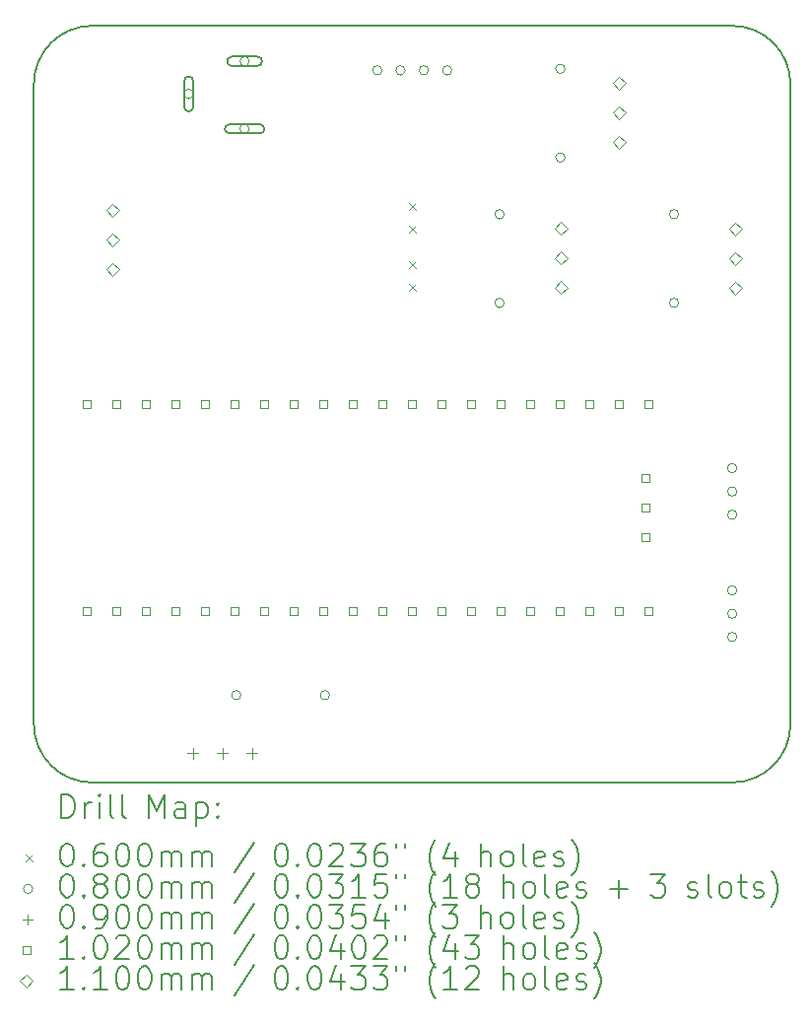
<source format=gbr>
%TF.GenerationSoftware,KiCad,Pcbnew,7.0.0-1.fc37*%
%TF.CreationDate,2023-03-02T16:58:47+00:00*%
%TF.ProjectId,led_strip_controller,6c65645f-7374-4726-9970-5f636f6e7472,4*%
%TF.SameCoordinates,Original*%
%TF.FileFunction,Drillmap*%
%TF.FilePolarity,Positive*%
%FSLAX45Y45*%
G04 Gerber Fmt 4.5, Leading zero omitted, Abs format (unit mm)*
G04 Created by KiCad (PCBNEW 7.0.0-1.fc37) date 2023-03-02 16:58:47*
%MOMM*%
%LPD*%
G01*
G04 APERTURE LIST*
%ADD10C,0.200000*%
%ADD11C,0.060000*%
%ADD12C,0.080000*%
%ADD13C,0.090000*%
%ADD14C,0.102000*%
%ADD15C,0.110000*%
G04 APERTURE END LIST*
D10*
X15722000Y-12000000D02*
G75*
G03*
X16222000Y-11500000I0J500000D01*
G01*
X16222000Y-6000000D02*
G75*
G03*
X15722000Y-5500000I-500000J0D01*
G01*
X9722000Y-11500000D02*
X9722000Y-6000000D01*
X10222000Y-5500000D02*
X15722000Y-5500000D01*
X15722000Y-12000000D02*
X10222000Y-12000000D01*
X16222000Y-6000000D02*
X16222000Y-11500000D01*
X9722000Y-11500000D02*
G75*
G03*
X10222000Y-12000000I500000J0D01*
G01*
X10222000Y-5500000D02*
G75*
G03*
X9722000Y-6000000I0J-500000D01*
G01*
D11*
X12942000Y-7020000D02*
X13002000Y-7080000D01*
X13002000Y-7020000D02*
X12942000Y-7080000D01*
X12942000Y-7220000D02*
X13002000Y-7280000D01*
X13002000Y-7220000D02*
X12942000Y-7280000D01*
X12942000Y-7520000D02*
X13002000Y-7580000D01*
X13002000Y-7520000D02*
X12942000Y-7580000D01*
X12942000Y-7720000D02*
X13002000Y-7780000D01*
X13002000Y-7720000D02*
X12942000Y-7780000D01*
D12*
X11092000Y-6085000D02*
G75*
G03*
X11092000Y-6085000I-40000J0D01*
G01*
D10*
X11012000Y-5975000D02*
X11012000Y-6195000D01*
X11012000Y-6195000D02*
G75*
G03*
X11092000Y-6195000I40000J0D01*
G01*
X11092000Y-6195000D02*
X11092000Y-5975000D01*
X11092000Y-5975000D02*
G75*
G03*
X11012000Y-5975000I-40000J0D01*
G01*
D12*
X11500000Y-11250000D02*
G75*
G03*
X11500000Y-11250000I-40000J0D01*
G01*
X11572000Y-5805000D02*
G75*
G03*
X11572000Y-5805000I-40000J0D01*
G01*
D10*
X11642000Y-5765000D02*
X11422000Y-5765000D01*
X11422000Y-5765000D02*
G75*
G03*
X11422000Y-5845000I0J-40000D01*
G01*
X11422000Y-5845000D02*
X11642000Y-5845000D01*
X11642000Y-5845000D02*
G75*
G03*
X11642000Y-5765000I0J40000D01*
G01*
D12*
X11572000Y-6385000D02*
G75*
G03*
X11572000Y-6385000I-40000J0D01*
G01*
D10*
X11662000Y-6345000D02*
X11402000Y-6345000D01*
X11402000Y-6345000D02*
G75*
G03*
X11402000Y-6425000I0J-40000D01*
G01*
X11402000Y-6425000D02*
X11662000Y-6425000D01*
X11662000Y-6425000D02*
G75*
G03*
X11662000Y-6345000I0J40000D01*
G01*
D12*
X12262000Y-11250000D02*
G75*
G03*
X12262000Y-11250000I-40000J0D01*
G01*
X12712000Y-5882500D02*
G75*
G03*
X12712000Y-5882500I-40000J0D01*
G01*
X12912000Y-5882500D02*
G75*
G03*
X12912000Y-5882500I-40000J0D01*
G01*
X13112000Y-5882500D02*
G75*
G03*
X13112000Y-5882500I-40000J0D01*
G01*
X13312000Y-5882500D02*
G75*
G03*
X13312000Y-5882500I-40000J0D01*
G01*
X13762000Y-7119000D02*
G75*
G03*
X13762000Y-7119000I-40000J0D01*
G01*
X13762000Y-7881000D02*
G75*
G03*
X13762000Y-7881000I-40000J0D01*
G01*
X14284979Y-5868487D02*
G75*
G03*
X14284979Y-5868487I-40000J0D01*
G01*
X14284979Y-6630487D02*
G75*
G03*
X14284979Y-6630487I-40000J0D01*
G01*
X15262000Y-7119000D02*
G75*
G03*
X15262000Y-7119000I-40000J0D01*
G01*
X15262000Y-7881000D02*
G75*
G03*
X15262000Y-7881000I-40000J0D01*
G01*
X15762000Y-9300000D02*
G75*
G03*
X15762000Y-9300000I-40000J0D01*
G01*
X15762000Y-9500000D02*
G75*
G03*
X15762000Y-9500000I-40000J0D01*
G01*
X15762000Y-9700000D02*
G75*
G03*
X15762000Y-9700000I-40000J0D01*
G01*
X15762000Y-10350000D02*
G75*
G03*
X15762000Y-10350000I-40000J0D01*
G01*
X15762000Y-10550000D02*
G75*
G03*
X15762000Y-10550000I-40000J0D01*
G01*
X15762000Y-10750000D02*
G75*
G03*
X15762000Y-10750000I-40000J0D01*
G01*
D13*
X11087000Y-11705000D02*
X11087000Y-11795000D01*
X11042000Y-11750000D02*
X11132000Y-11750000D01*
X11341000Y-11705000D02*
X11341000Y-11795000D01*
X11296000Y-11750000D02*
X11386000Y-11750000D01*
X11595000Y-11705000D02*
X11595000Y-11795000D01*
X11550000Y-11750000D02*
X11640000Y-11750000D01*
D14*
X10210063Y-8786063D02*
X10210063Y-8713937D01*
X10137937Y-8713937D01*
X10137937Y-8786063D01*
X10210063Y-8786063D01*
X10210063Y-10564063D02*
X10210063Y-10491937D01*
X10137937Y-10491937D01*
X10137937Y-10564063D01*
X10210063Y-10564063D01*
X10464063Y-8786063D02*
X10464063Y-8713937D01*
X10391937Y-8713937D01*
X10391937Y-8786063D01*
X10464063Y-8786063D01*
X10464063Y-10564063D02*
X10464063Y-10491937D01*
X10391937Y-10491937D01*
X10391937Y-10564063D01*
X10464063Y-10564063D01*
X10718063Y-8786063D02*
X10718063Y-8713937D01*
X10645937Y-8713937D01*
X10645937Y-8786063D01*
X10718063Y-8786063D01*
X10718063Y-10564063D02*
X10718063Y-10491937D01*
X10645937Y-10491937D01*
X10645937Y-10564063D01*
X10718063Y-10564063D01*
X10972063Y-8786063D02*
X10972063Y-8713937D01*
X10899937Y-8713937D01*
X10899937Y-8786063D01*
X10972063Y-8786063D01*
X10972063Y-10564063D02*
X10972063Y-10491937D01*
X10899937Y-10491937D01*
X10899937Y-10564063D01*
X10972063Y-10564063D01*
X11226063Y-8786063D02*
X11226063Y-8713937D01*
X11153937Y-8713937D01*
X11153937Y-8786063D01*
X11226063Y-8786063D01*
X11226063Y-10564063D02*
X11226063Y-10491937D01*
X11153937Y-10491937D01*
X11153937Y-10564063D01*
X11226063Y-10564063D01*
X11480063Y-8786063D02*
X11480063Y-8713937D01*
X11407937Y-8713937D01*
X11407937Y-8786063D01*
X11480063Y-8786063D01*
X11480063Y-10564063D02*
X11480063Y-10491937D01*
X11407937Y-10491937D01*
X11407937Y-10564063D01*
X11480063Y-10564063D01*
X11734063Y-8786063D02*
X11734063Y-8713937D01*
X11661937Y-8713937D01*
X11661937Y-8786063D01*
X11734063Y-8786063D01*
X11734063Y-10564063D02*
X11734063Y-10491937D01*
X11661937Y-10491937D01*
X11661937Y-10564063D01*
X11734063Y-10564063D01*
X11988063Y-8786063D02*
X11988063Y-8713937D01*
X11915937Y-8713937D01*
X11915937Y-8786063D01*
X11988063Y-8786063D01*
X11988063Y-10564063D02*
X11988063Y-10491937D01*
X11915937Y-10491937D01*
X11915937Y-10564063D01*
X11988063Y-10564063D01*
X12242063Y-8786063D02*
X12242063Y-8713937D01*
X12169937Y-8713937D01*
X12169937Y-8786063D01*
X12242063Y-8786063D01*
X12242063Y-10564063D02*
X12242063Y-10491937D01*
X12169937Y-10491937D01*
X12169937Y-10564063D01*
X12242063Y-10564063D01*
X12496063Y-8786063D02*
X12496063Y-8713937D01*
X12423937Y-8713937D01*
X12423937Y-8786063D01*
X12496063Y-8786063D01*
X12496063Y-10564063D02*
X12496063Y-10491937D01*
X12423937Y-10491937D01*
X12423937Y-10564063D01*
X12496063Y-10564063D01*
X12750063Y-8786063D02*
X12750063Y-8713937D01*
X12677937Y-8713937D01*
X12677937Y-8786063D01*
X12750063Y-8786063D01*
X12750063Y-10564063D02*
X12750063Y-10491937D01*
X12677937Y-10491937D01*
X12677937Y-10564063D01*
X12750063Y-10564063D01*
X13004063Y-8786063D02*
X13004063Y-8713937D01*
X12931937Y-8713937D01*
X12931937Y-8786063D01*
X13004063Y-8786063D01*
X13004063Y-10564063D02*
X13004063Y-10491937D01*
X12931937Y-10491937D01*
X12931937Y-10564063D01*
X13004063Y-10564063D01*
X13258063Y-8786063D02*
X13258063Y-8713937D01*
X13185937Y-8713937D01*
X13185937Y-8786063D01*
X13258063Y-8786063D01*
X13258063Y-10564063D02*
X13258063Y-10491937D01*
X13185937Y-10491937D01*
X13185937Y-10564063D01*
X13258063Y-10564063D01*
X13512063Y-8786063D02*
X13512063Y-8713937D01*
X13439937Y-8713937D01*
X13439937Y-8786063D01*
X13512063Y-8786063D01*
X13512063Y-10564063D02*
X13512063Y-10491937D01*
X13439937Y-10491937D01*
X13439937Y-10564063D01*
X13512063Y-10564063D01*
X13766063Y-8786063D02*
X13766063Y-8713937D01*
X13693937Y-8713937D01*
X13693937Y-8786063D01*
X13766063Y-8786063D01*
X13766063Y-10564063D02*
X13766063Y-10491937D01*
X13693937Y-10491937D01*
X13693937Y-10564063D01*
X13766063Y-10564063D01*
X14020063Y-8786063D02*
X14020063Y-8713937D01*
X13947937Y-8713937D01*
X13947937Y-8786063D01*
X14020063Y-8786063D01*
X14020063Y-10564063D02*
X14020063Y-10491937D01*
X13947937Y-10491937D01*
X13947937Y-10564063D01*
X14020063Y-10564063D01*
X14274063Y-8786063D02*
X14274063Y-8713937D01*
X14201937Y-8713937D01*
X14201937Y-8786063D01*
X14274063Y-8786063D01*
X14274063Y-10564063D02*
X14274063Y-10491937D01*
X14201937Y-10491937D01*
X14201937Y-10564063D01*
X14274063Y-10564063D01*
X14528063Y-8786063D02*
X14528063Y-8713937D01*
X14455937Y-8713937D01*
X14455937Y-8786063D01*
X14528063Y-8786063D01*
X14528063Y-10564063D02*
X14528063Y-10491937D01*
X14455937Y-10491937D01*
X14455937Y-10564063D01*
X14528063Y-10564063D01*
X14782063Y-8786063D02*
X14782063Y-8713937D01*
X14709937Y-8713937D01*
X14709937Y-8786063D01*
X14782063Y-8786063D01*
X14782063Y-10564063D02*
X14782063Y-10491937D01*
X14709937Y-10491937D01*
X14709937Y-10564063D01*
X14782063Y-10564063D01*
X15013063Y-9421063D02*
X15013063Y-9348937D01*
X14940937Y-9348937D01*
X14940937Y-9421063D01*
X15013063Y-9421063D01*
X15013063Y-9675063D02*
X15013063Y-9602937D01*
X14940937Y-9602937D01*
X14940937Y-9675063D01*
X15013063Y-9675063D01*
X15013063Y-9929063D02*
X15013063Y-9856937D01*
X14940937Y-9856937D01*
X14940937Y-9929063D01*
X15013063Y-9929063D01*
X15036063Y-8786063D02*
X15036063Y-8713937D01*
X14963937Y-8713937D01*
X14963937Y-8786063D01*
X15036063Y-8786063D01*
X15036063Y-10564063D02*
X15036063Y-10491937D01*
X14963937Y-10491937D01*
X14963937Y-10564063D01*
X15036063Y-10564063D01*
D15*
X10397873Y-7140272D02*
X10452873Y-7085272D01*
X10397873Y-7030272D01*
X10342873Y-7085272D01*
X10397873Y-7140272D01*
X10397873Y-7394272D02*
X10452873Y-7339272D01*
X10397873Y-7284272D01*
X10342873Y-7339272D01*
X10397873Y-7394272D01*
X10397873Y-7648272D02*
X10452873Y-7593272D01*
X10397873Y-7538272D01*
X10342873Y-7593272D01*
X10397873Y-7648272D01*
X14250000Y-7297000D02*
X14305000Y-7242000D01*
X14250000Y-7187000D01*
X14195000Y-7242000D01*
X14250000Y-7297000D01*
X14250000Y-7551000D02*
X14305000Y-7496000D01*
X14250000Y-7441000D01*
X14195000Y-7496000D01*
X14250000Y-7551000D01*
X14250000Y-7805000D02*
X14305000Y-7750000D01*
X14250000Y-7695000D01*
X14195000Y-7750000D01*
X14250000Y-7805000D01*
X14750000Y-6047000D02*
X14805000Y-5992000D01*
X14750000Y-5937000D01*
X14695000Y-5992000D01*
X14750000Y-6047000D01*
X14750000Y-6301000D02*
X14805000Y-6246000D01*
X14750000Y-6191000D01*
X14695000Y-6246000D01*
X14750000Y-6301000D01*
X14750000Y-6555000D02*
X14805000Y-6500000D01*
X14750000Y-6445000D01*
X14695000Y-6500000D01*
X14750000Y-6555000D01*
X15750000Y-7301000D02*
X15805000Y-7246000D01*
X15750000Y-7191000D01*
X15695000Y-7246000D01*
X15750000Y-7301000D01*
X15750000Y-7555000D02*
X15805000Y-7500000D01*
X15750000Y-7445000D01*
X15695000Y-7500000D01*
X15750000Y-7555000D01*
X15750000Y-7809000D02*
X15805000Y-7754000D01*
X15750000Y-7699000D01*
X15695000Y-7754000D01*
X15750000Y-7809000D01*
D10*
X9959619Y-12303476D02*
X9959619Y-12103476D01*
X9959619Y-12103476D02*
X10007238Y-12103476D01*
X10007238Y-12103476D02*
X10035810Y-12113000D01*
X10035810Y-12113000D02*
X10054857Y-12132048D01*
X10054857Y-12132048D02*
X10064381Y-12151095D01*
X10064381Y-12151095D02*
X10073905Y-12189190D01*
X10073905Y-12189190D02*
X10073905Y-12217762D01*
X10073905Y-12217762D02*
X10064381Y-12255857D01*
X10064381Y-12255857D02*
X10054857Y-12274905D01*
X10054857Y-12274905D02*
X10035810Y-12293952D01*
X10035810Y-12293952D02*
X10007238Y-12303476D01*
X10007238Y-12303476D02*
X9959619Y-12303476D01*
X10159619Y-12303476D02*
X10159619Y-12170143D01*
X10159619Y-12208238D02*
X10169143Y-12189190D01*
X10169143Y-12189190D02*
X10178667Y-12179667D01*
X10178667Y-12179667D02*
X10197714Y-12170143D01*
X10197714Y-12170143D02*
X10216762Y-12170143D01*
X10283429Y-12303476D02*
X10283429Y-12170143D01*
X10283429Y-12103476D02*
X10273905Y-12113000D01*
X10273905Y-12113000D02*
X10283429Y-12122524D01*
X10283429Y-12122524D02*
X10292952Y-12113000D01*
X10292952Y-12113000D02*
X10283429Y-12103476D01*
X10283429Y-12103476D02*
X10283429Y-12122524D01*
X10407238Y-12303476D02*
X10388190Y-12293952D01*
X10388190Y-12293952D02*
X10378667Y-12274905D01*
X10378667Y-12274905D02*
X10378667Y-12103476D01*
X10512000Y-12303476D02*
X10492952Y-12293952D01*
X10492952Y-12293952D02*
X10483429Y-12274905D01*
X10483429Y-12274905D02*
X10483429Y-12103476D01*
X10708190Y-12303476D02*
X10708190Y-12103476D01*
X10708190Y-12103476D02*
X10774857Y-12246333D01*
X10774857Y-12246333D02*
X10841524Y-12103476D01*
X10841524Y-12103476D02*
X10841524Y-12303476D01*
X11022476Y-12303476D02*
X11022476Y-12198714D01*
X11022476Y-12198714D02*
X11012952Y-12179667D01*
X11012952Y-12179667D02*
X10993905Y-12170143D01*
X10993905Y-12170143D02*
X10955809Y-12170143D01*
X10955809Y-12170143D02*
X10936762Y-12179667D01*
X11022476Y-12293952D02*
X11003429Y-12303476D01*
X11003429Y-12303476D02*
X10955809Y-12303476D01*
X10955809Y-12303476D02*
X10936762Y-12293952D01*
X10936762Y-12293952D02*
X10927238Y-12274905D01*
X10927238Y-12274905D02*
X10927238Y-12255857D01*
X10927238Y-12255857D02*
X10936762Y-12236809D01*
X10936762Y-12236809D02*
X10955809Y-12227286D01*
X10955809Y-12227286D02*
X11003429Y-12227286D01*
X11003429Y-12227286D02*
X11022476Y-12217762D01*
X11117714Y-12170143D02*
X11117714Y-12370143D01*
X11117714Y-12179667D02*
X11136762Y-12170143D01*
X11136762Y-12170143D02*
X11174857Y-12170143D01*
X11174857Y-12170143D02*
X11193905Y-12179667D01*
X11193905Y-12179667D02*
X11203428Y-12189190D01*
X11203428Y-12189190D02*
X11212952Y-12208238D01*
X11212952Y-12208238D02*
X11212952Y-12265381D01*
X11212952Y-12265381D02*
X11203428Y-12284428D01*
X11203428Y-12284428D02*
X11193905Y-12293952D01*
X11193905Y-12293952D02*
X11174857Y-12303476D01*
X11174857Y-12303476D02*
X11136762Y-12303476D01*
X11136762Y-12303476D02*
X11117714Y-12293952D01*
X11298667Y-12284428D02*
X11308190Y-12293952D01*
X11308190Y-12293952D02*
X11298667Y-12303476D01*
X11298667Y-12303476D02*
X11289143Y-12293952D01*
X11289143Y-12293952D02*
X11298667Y-12284428D01*
X11298667Y-12284428D02*
X11298667Y-12303476D01*
X11298667Y-12179667D02*
X11308190Y-12189190D01*
X11308190Y-12189190D02*
X11298667Y-12198714D01*
X11298667Y-12198714D02*
X11289143Y-12189190D01*
X11289143Y-12189190D02*
X11298667Y-12179667D01*
X11298667Y-12179667D02*
X11298667Y-12198714D01*
D11*
X9652000Y-12620000D02*
X9712000Y-12680000D01*
X9712000Y-12620000D02*
X9652000Y-12680000D01*
D10*
X9997714Y-12523476D02*
X10016762Y-12523476D01*
X10016762Y-12523476D02*
X10035810Y-12533000D01*
X10035810Y-12533000D02*
X10045333Y-12542524D01*
X10045333Y-12542524D02*
X10054857Y-12561571D01*
X10054857Y-12561571D02*
X10064381Y-12599667D01*
X10064381Y-12599667D02*
X10064381Y-12647286D01*
X10064381Y-12647286D02*
X10054857Y-12685381D01*
X10054857Y-12685381D02*
X10045333Y-12704428D01*
X10045333Y-12704428D02*
X10035810Y-12713952D01*
X10035810Y-12713952D02*
X10016762Y-12723476D01*
X10016762Y-12723476D02*
X9997714Y-12723476D01*
X9997714Y-12723476D02*
X9978667Y-12713952D01*
X9978667Y-12713952D02*
X9969143Y-12704428D01*
X9969143Y-12704428D02*
X9959619Y-12685381D01*
X9959619Y-12685381D02*
X9950095Y-12647286D01*
X9950095Y-12647286D02*
X9950095Y-12599667D01*
X9950095Y-12599667D02*
X9959619Y-12561571D01*
X9959619Y-12561571D02*
X9969143Y-12542524D01*
X9969143Y-12542524D02*
X9978667Y-12533000D01*
X9978667Y-12533000D02*
X9997714Y-12523476D01*
X10150095Y-12704428D02*
X10159619Y-12713952D01*
X10159619Y-12713952D02*
X10150095Y-12723476D01*
X10150095Y-12723476D02*
X10140571Y-12713952D01*
X10140571Y-12713952D02*
X10150095Y-12704428D01*
X10150095Y-12704428D02*
X10150095Y-12723476D01*
X10331048Y-12523476D02*
X10292952Y-12523476D01*
X10292952Y-12523476D02*
X10273905Y-12533000D01*
X10273905Y-12533000D02*
X10264381Y-12542524D01*
X10264381Y-12542524D02*
X10245333Y-12571095D01*
X10245333Y-12571095D02*
X10235810Y-12609190D01*
X10235810Y-12609190D02*
X10235810Y-12685381D01*
X10235810Y-12685381D02*
X10245333Y-12704428D01*
X10245333Y-12704428D02*
X10254857Y-12713952D01*
X10254857Y-12713952D02*
X10273905Y-12723476D01*
X10273905Y-12723476D02*
X10312000Y-12723476D01*
X10312000Y-12723476D02*
X10331048Y-12713952D01*
X10331048Y-12713952D02*
X10340571Y-12704428D01*
X10340571Y-12704428D02*
X10350095Y-12685381D01*
X10350095Y-12685381D02*
X10350095Y-12637762D01*
X10350095Y-12637762D02*
X10340571Y-12618714D01*
X10340571Y-12618714D02*
X10331048Y-12609190D01*
X10331048Y-12609190D02*
X10312000Y-12599667D01*
X10312000Y-12599667D02*
X10273905Y-12599667D01*
X10273905Y-12599667D02*
X10254857Y-12609190D01*
X10254857Y-12609190D02*
X10245333Y-12618714D01*
X10245333Y-12618714D02*
X10235810Y-12637762D01*
X10473905Y-12523476D02*
X10492952Y-12523476D01*
X10492952Y-12523476D02*
X10512000Y-12533000D01*
X10512000Y-12533000D02*
X10521524Y-12542524D01*
X10521524Y-12542524D02*
X10531048Y-12561571D01*
X10531048Y-12561571D02*
X10540571Y-12599667D01*
X10540571Y-12599667D02*
X10540571Y-12647286D01*
X10540571Y-12647286D02*
X10531048Y-12685381D01*
X10531048Y-12685381D02*
X10521524Y-12704428D01*
X10521524Y-12704428D02*
X10512000Y-12713952D01*
X10512000Y-12713952D02*
X10492952Y-12723476D01*
X10492952Y-12723476D02*
X10473905Y-12723476D01*
X10473905Y-12723476D02*
X10454857Y-12713952D01*
X10454857Y-12713952D02*
X10445333Y-12704428D01*
X10445333Y-12704428D02*
X10435810Y-12685381D01*
X10435810Y-12685381D02*
X10426286Y-12647286D01*
X10426286Y-12647286D02*
X10426286Y-12599667D01*
X10426286Y-12599667D02*
X10435810Y-12561571D01*
X10435810Y-12561571D02*
X10445333Y-12542524D01*
X10445333Y-12542524D02*
X10454857Y-12533000D01*
X10454857Y-12533000D02*
X10473905Y-12523476D01*
X10664381Y-12523476D02*
X10683429Y-12523476D01*
X10683429Y-12523476D02*
X10702476Y-12533000D01*
X10702476Y-12533000D02*
X10712000Y-12542524D01*
X10712000Y-12542524D02*
X10721524Y-12561571D01*
X10721524Y-12561571D02*
X10731048Y-12599667D01*
X10731048Y-12599667D02*
X10731048Y-12647286D01*
X10731048Y-12647286D02*
X10721524Y-12685381D01*
X10721524Y-12685381D02*
X10712000Y-12704428D01*
X10712000Y-12704428D02*
X10702476Y-12713952D01*
X10702476Y-12713952D02*
X10683429Y-12723476D01*
X10683429Y-12723476D02*
X10664381Y-12723476D01*
X10664381Y-12723476D02*
X10645333Y-12713952D01*
X10645333Y-12713952D02*
X10635810Y-12704428D01*
X10635810Y-12704428D02*
X10626286Y-12685381D01*
X10626286Y-12685381D02*
X10616762Y-12647286D01*
X10616762Y-12647286D02*
X10616762Y-12599667D01*
X10616762Y-12599667D02*
X10626286Y-12561571D01*
X10626286Y-12561571D02*
X10635810Y-12542524D01*
X10635810Y-12542524D02*
X10645333Y-12533000D01*
X10645333Y-12533000D02*
X10664381Y-12523476D01*
X10816762Y-12723476D02*
X10816762Y-12590143D01*
X10816762Y-12609190D02*
X10826286Y-12599667D01*
X10826286Y-12599667D02*
X10845333Y-12590143D01*
X10845333Y-12590143D02*
X10873905Y-12590143D01*
X10873905Y-12590143D02*
X10892952Y-12599667D01*
X10892952Y-12599667D02*
X10902476Y-12618714D01*
X10902476Y-12618714D02*
X10902476Y-12723476D01*
X10902476Y-12618714D02*
X10912000Y-12599667D01*
X10912000Y-12599667D02*
X10931048Y-12590143D01*
X10931048Y-12590143D02*
X10959619Y-12590143D01*
X10959619Y-12590143D02*
X10978667Y-12599667D01*
X10978667Y-12599667D02*
X10988191Y-12618714D01*
X10988191Y-12618714D02*
X10988191Y-12723476D01*
X11083429Y-12723476D02*
X11083429Y-12590143D01*
X11083429Y-12609190D02*
X11092952Y-12599667D01*
X11092952Y-12599667D02*
X11112000Y-12590143D01*
X11112000Y-12590143D02*
X11140572Y-12590143D01*
X11140572Y-12590143D02*
X11159619Y-12599667D01*
X11159619Y-12599667D02*
X11169143Y-12618714D01*
X11169143Y-12618714D02*
X11169143Y-12723476D01*
X11169143Y-12618714D02*
X11178667Y-12599667D01*
X11178667Y-12599667D02*
X11197714Y-12590143D01*
X11197714Y-12590143D02*
X11226286Y-12590143D01*
X11226286Y-12590143D02*
X11245333Y-12599667D01*
X11245333Y-12599667D02*
X11254857Y-12618714D01*
X11254857Y-12618714D02*
X11254857Y-12723476D01*
X11612952Y-12513952D02*
X11441524Y-12771095D01*
X11837714Y-12523476D02*
X11856762Y-12523476D01*
X11856762Y-12523476D02*
X11875810Y-12533000D01*
X11875810Y-12533000D02*
X11885333Y-12542524D01*
X11885333Y-12542524D02*
X11894857Y-12561571D01*
X11894857Y-12561571D02*
X11904381Y-12599667D01*
X11904381Y-12599667D02*
X11904381Y-12647286D01*
X11904381Y-12647286D02*
X11894857Y-12685381D01*
X11894857Y-12685381D02*
X11885333Y-12704428D01*
X11885333Y-12704428D02*
X11875810Y-12713952D01*
X11875810Y-12713952D02*
X11856762Y-12723476D01*
X11856762Y-12723476D02*
X11837714Y-12723476D01*
X11837714Y-12723476D02*
X11818667Y-12713952D01*
X11818667Y-12713952D02*
X11809143Y-12704428D01*
X11809143Y-12704428D02*
X11799619Y-12685381D01*
X11799619Y-12685381D02*
X11790095Y-12647286D01*
X11790095Y-12647286D02*
X11790095Y-12599667D01*
X11790095Y-12599667D02*
X11799619Y-12561571D01*
X11799619Y-12561571D02*
X11809143Y-12542524D01*
X11809143Y-12542524D02*
X11818667Y-12533000D01*
X11818667Y-12533000D02*
X11837714Y-12523476D01*
X11990095Y-12704428D02*
X11999619Y-12713952D01*
X11999619Y-12713952D02*
X11990095Y-12723476D01*
X11990095Y-12723476D02*
X11980571Y-12713952D01*
X11980571Y-12713952D02*
X11990095Y-12704428D01*
X11990095Y-12704428D02*
X11990095Y-12723476D01*
X12123429Y-12523476D02*
X12142476Y-12523476D01*
X12142476Y-12523476D02*
X12161524Y-12533000D01*
X12161524Y-12533000D02*
X12171048Y-12542524D01*
X12171048Y-12542524D02*
X12180571Y-12561571D01*
X12180571Y-12561571D02*
X12190095Y-12599667D01*
X12190095Y-12599667D02*
X12190095Y-12647286D01*
X12190095Y-12647286D02*
X12180571Y-12685381D01*
X12180571Y-12685381D02*
X12171048Y-12704428D01*
X12171048Y-12704428D02*
X12161524Y-12713952D01*
X12161524Y-12713952D02*
X12142476Y-12723476D01*
X12142476Y-12723476D02*
X12123429Y-12723476D01*
X12123429Y-12723476D02*
X12104381Y-12713952D01*
X12104381Y-12713952D02*
X12094857Y-12704428D01*
X12094857Y-12704428D02*
X12085333Y-12685381D01*
X12085333Y-12685381D02*
X12075810Y-12647286D01*
X12075810Y-12647286D02*
X12075810Y-12599667D01*
X12075810Y-12599667D02*
X12085333Y-12561571D01*
X12085333Y-12561571D02*
X12094857Y-12542524D01*
X12094857Y-12542524D02*
X12104381Y-12533000D01*
X12104381Y-12533000D02*
X12123429Y-12523476D01*
X12266286Y-12542524D02*
X12275810Y-12533000D01*
X12275810Y-12533000D02*
X12294857Y-12523476D01*
X12294857Y-12523476D02*
X12342476Y-12523476D01*
X12342476Y-12523476D02*
X12361524Y-12533000D01*
X12361524Y-12533000D02*
X12371048Y-12542524D01*
X12371048Y-12542524D02*
X12380571Y-12561571D01*
X12380571Y-12561571D02*
X12380571Y-12580619D01*
X12380571Y-12580619D02*
X12371048Y-12609190D01*
X12371048Y-12609190D02*
X12256762Y-12723476D01*
X12256762Y-12723476D02*
X12380571Y-12723476D01*
X12447238Y-12523476D02*
X12571048Y-12523476D01*
X12571048Y-12523476D02*
X12504381Y-12599667D01*
X12504381Y-12599667D02*
X12532952Y-12599667D01*
X12532952Y-12599667D02*
X12552000Y-12609190D01*
X12552000Y-12609190D02*
X12561524Y-12618714D01*
X12561524Y-12618714D02*
X12571048Y-12637762D01*
X12571048Y-12637762D02*
X12571048Y-12685381D01*
X12571048Y-12685381D02*
X12561524Y-12704428D01*
X12561524Y-12704428D02*
X12552000Y-12713952D01*
X12552000Y-12713952D02*
X12532952Y-12723476D01*
X12532952Y-12723476D02*
X12475810Y-12723476D01*
X12475810Y-12723476D02*
X12456762Y-12713952D01*
X12456762Y-12713952D02*
X12447238Y-12704428D01*
X12742476Y-12523476D02*
X12704381Y-12523476D01*
X12704381Y-12523476D02*
X12685333Y-12533000D01*
X12685333Y-12533000D02*
X12675810Y-12542524D01*
X12675810Y-12542524D02*
X12656762Y-12571095D01*
X12656762Y-12571095D02*
X12647238Y-12609190D01*
X12647238Y-12609190D02*
X12647238Y-12685381D01*
X12647238Y-12685381D02*
X12656762Y-12704428D01*
X12656762Y-12704428D02*
X12666286Y-12713952D01*
X12666286Y-12713952D02*
X12685333Y-12723476D01*
X12685333Y-12723476D02*
X12723429Y-12723476D01*
X12723429Y-12723476D02*
X12742476Y-12713952D01*
X12742476Y-12713952D02*
X12752000Y-12704428D01*
X12752000Y-12704428D02*
X12761524Y-12685381D01*
X12761524Y-12685381D02*
X12761524Y-12637762D01*
X12761524Y-12637762D02*
X12752000Y-12618714D01*
X12752000Y-12618714D02*
X12742476Y-12609190D01*
X12742476Y-12609190D02*
X12723429Y-12599667D01*
X12723429Y-12599667D02*
X12685333Y-12599667D01*
X12685333Y-12599667D02*
X12666286Y-12609190D01*
X12666286Y-12609190D02*
X12656762Y-12618714D01*
X12656762Y-12618714D02*
X12647238Y-12637762D01*
X12837714Y-12523476D02*
X12837714Y-12561571D01*
X12913905Y-12523476D02*
X12913905Y-12561571D01*
X13176762Y-12799667D02*
X13167238Y-12790143D01*
X13167238Y-12790143D02*
X13148191Y-12761571D01*
X13148191Y-12761571D02*
X13138667Y-12742524D01*
X13138667Y-12742524D02*
X13129143Y-12713952D01*
X13129143Y-12713952D02*
X13119619Y-12666333D01*
X13119619Y-12666333D02*
X13119619Y-12628238D01*
X13119619Y-12628238D02*
X13129143Y-12580619D01*
X13129143Y-12580619D02*
X13138667Y-12552048D01*
X13138667Y-12552048D02*
X13148191Y-12533000D01*
X13148191Y-12533000D02*
X13167238Y-12504428D01*
X13167238Y-12504428D02*
X13176762Y-12494905D01*
X13338667Y-12590143D02*
X13338667Y-12723476D01*
X13291048Y-12513952D02*
X13243429Y-12656809D01*
X13243429Y-12656809D02*
X13367238Y-12656809D01*
X13563429Y-12723476D02*
X13563429Y-12523476D01*
X13649143Y-12723476D02*
X13649143Y-12618714D01*
X13649143Y-12618714D02*
X13639619Y-12599667D01*
X13639619Y-12599667D02*
X13620572Y-12590143D01*
X13620572Y-12590143D02*
X13592000Y-12590143D01*
X13592000Y-12590143D02*
X13572952Y-12599667D01*
X13572952Y-12599667D02*
X13563429Y-12609190D01*
X13772952Y-12723476D02*
X13753905Y-12713952D01*
X13753905Y-12713952D02*
X13744381Y-12704428D01*
X13744381Y-12704428D02*
X13734857Y-12685381D01*
X13734857Y-12685381D02*
X13734857Y-12628238D01*
X13734857Y-12628238D02*
X13744381Y-12609190D01*
X13744381Y-12609190D02*
X13753905Y-12599667D01*
X13753905Y-12599667D02*
X13772952Y-12590143D01*
X13772952Y-12590143D02*
X13801524Y-12590143D01*
X13801524Y-12590143D02*
X13820572Y-12599667D01*
X13820572Y-12599667D02*
X13830095Y-12609190D01*
X13830095Y-12609190D02*
X13839619Y-12628238D01*
X13839619Y-12628238D02*
X13839619Y-12685381D01*
X13839619Y-12685381D02*
X13830095Y-12704428D01*
X13830095Y-12704428D02*
X13820572Y-12713952D01*
X13820572Y-12713952D02*
X13801524Y-12723476D01*
X13801524Y-12723476D02*
X13772952Y-12723476D01*
X13953905Y-12723476D02*
X13934857Y-12713952D01*
X13934857Y-12713952D02*
X13925333Y-12694905D01*
X13925333Y-12694905D02*
X13925333Y-12523476D01*
X14106286Y-12713952D02*
X14087238Y-12723476D01*
X14087238Y-12723476D02*
X14049143Y-12723476D01*
X14049143Y-12723476D02*
X14030095Y-12713952D01*
X14030095Y-12713952D02*
X14020572Y-12694905D01*
X14020572Y-12694905D02*
X14020572Y-12618714D01*
X14020572Y-12618714D02*
X14030095Y-12599667D01*
X14030095Y-12599667D02*
X14049143Y-12590143D01*
X14049143Y-12590143D02*
X14087238Y-12590143D01*
X14087238Y-12590143D02*
X14106286Y-12599667D01*
X14106286Y-12599667D02*
X14115810Y-12618714D01*
X14115810Y-12618714D02*
X14115810Y-12637762D01*
X14115810Y-12637762D02*
X14020572Y-12656809D01*
X14192000Y-12713952D02*
X14211048Y-12723476D01*
X14211048Y-12723476D02*
X14249143Y-12723476D01*
X14249143Y-12723476D02*
X14268191Y-12713952D01*
X14268191Y-12713952D02*
X14277714Y-12694905D01*
X14277714Y-12694905D02*
X14277714Y-12685381D01*
X14277714Y-12685381D02*
X14268191Y-12666333D01*
X14268191Y-12666333D02*
X14249143Y-12656809D01*
X14249143Y-12656809D02*
X14220572Y-12656809D01*
X14220572Y-12656809D02*
X14201524Y-12647286D01*
X14201524Y-12647286D02*
X14192000Y-12628238D01*
X14192000Y-12628238D02*
X14192000Y-12618714D01*
X14192000Y-12618714D02*
X14201524Y-12599667D01*
X14201524Y-12599667D02*
X14220572Y-12590143D01*
X14220572Y-12590143D02*
X14249143Y-12590143D01*
X14249143Y-12590143D02*
X14268191Y-12599667D01*
X14344381Y-12799667D02*
X14353905Y-12790143D01*
X14353905Y-12790143D02*
X14372953Y-12761571D01*
X14372953Y-12761571D02*
X14382476Y-12742524D01*
X14382476Y-12742524D02*
X14392000Y-12713952D01*
X14392000Y-12713952D02*
X14401524Y-12666333D01*
X14401524Y-12666333D02*
X14401524Y-12628238D01*
X14401524Y-12628238D02*
X14392000Y-12580619D01*
X14392000Y-12580619D02*
X14382476Y-12552048D01*
X14382476Y-12552048D02*
X14372953Y-12533000D01*
X14372953Y-12533000D02*
X14353905Y-12504428D01*
X14353905Y-12504428D02*
X14344381Y-12494905D01*
D12*
X9712000Y-12914000D02*
G75*
G03*
X9712000Y-12914000I-40000J0D01*
G01*
D10*
X9997714Y-12787476D02*
X10016762Y-12787476D01*
X10016762Y-12787476D02*
X10035810Y-12797000D01*
X10035810Y-12797000D02*
X10045333Y-12806524D01*
X10045333Y-12806524D02*
X10054857Y-12825571D01*
X10054857Y-12825571D02*
X10064381Y-12863667D01*
X10064381Y-12863667D02*
X10064381Y-12911286D01*
X10064381Y-12911286D02*
X10054857Y-12949381D01*
X10054857Y-12949381D02*
X10045333Y-12968428D01*
X10045333Y-12968428D02*
X10035810Y-12977952D01*
X10035810Y-12977952D02*
X10016762Y-12987476D01*
X10016762Y-12987476D02*
X9997714Y-12987476D01*
X9997714Y-12987476D02*
X9978667Y-12977952D01*
X9978667Y-12977952D02*
X9969143Y-12968428D01*
X9969143Y-12968428D02*
X9959619Y-12949381D01*
X9959619Y-12949381D02*
X9950095Y-12911286D01*
X9950095Y-12911286D02*
X9950095Y-12863667D01*
X9950095Y-12863667D02*
X9959619Y-12825571D01*
X9959619Y-12825571D02*
X9969143Y-12806524D01*
X9969143Y-12806524D02*
X9978667Y-12797000D01*
X9978667Y-12797000D02*
X9997714Y-12787476D01*
X10150095Y-12968428D02*
X10159619Y-12977952D01*
X10159619Y-12977952D02*
X10150095Y-12987476D01*
X10150095Y-12987476D02*
X10140571Y-12977952D01*
X10140571Y-12977952D02*
X10150095Y-12968428D01*
X10150095Y-12968428D02*
X10150095Y-12987476D01*
X10273905Y-12873190D02*
X10254857Y-12863667D01*
X10254857Y-12863667D02*
X10245333Y-12854143D01*
X10245333Y-12854143D02*
X10235810Y-12835095D01*
X10235810Y-12835095D02*
X10235810Y-12825571D01*
X10235810Y-12825571D02*
X10245333Y-12806524D01*
X10245333Y-12806524D02*
X10254857Y-12797000D01*
X10254857Y-12797000D02*
X10273905Y-12787476D01*
X10273905Y-12787476D02*
X10312000Y-12787476D01*
X10312000Y-12787476D02*
X10331048Y-12797000D01*
X10331048Y-12797000D02*
X10340571Y-12806524D01*
X10340571Y-12806524D02*
X10350095Y-12825571D01*
X10350095Y-12825571D02*
X10350095Y-12835095D01*
X10350095Y-12835095D02*
X10340571Y-12854143D01*
X10340571Y-12854143D02*
X10331048Y-12863667D01*
X10331048Y-12863667D02*
X10312000Y-12873190D01*
X10312000Y-12873190D02*
X10273905Y-12873190D01*
X10273905Y-12873190D02*
X10254857Y-12882714D01*
X10254857Y-12882714D02*
X10245333Y-12892238D01*
X10245333Y-12892238D02*
X10235810Y-12911286D01*
X10235810Y-12911286D02*
X10235810Y-12949381D01*
X10235810Y-12949381D02*
X10245333Y-12968428D01*
X10245333Y-12968428D02*
X10254857Y-12977952D01*
X10254857Y-12977952D02*
X10273905Y-12987476D01*
X10273905Y-12987476D02*
X10312000Y-12987476D01*
X10312000Y-12987476D02*
X10331048Y-12977952D01*
X10331048Y-12977952D02*
X10340571Y-12968428D01*
X10340571Y-12968428D02*
X10350095Y-12949381D01*
X10350095Y-12949381D02*
X10350095Y-12911286D01*
X10350095Y-12911286D02*
X10340571Y-12892238D01*
X10340571Y-12892238D02*
X10331048Y-12882714D01*
X10331048Y-12882714D02*
X10312000Y-12873190D01*
X10473905Y-12787476D02*
X10492952Y-12787476D01*
X10492952Y-12787476D02*
X10512000Y-12797000D01*
X10512000Y-12797000D02*
X10521524Y-12806524D01*
X10521524Y-12806524D02*
X10531048Y-12825571D01*
X10531048Y-12825571D02*
X10540571Y-12863667D01*
X10540571Y-12863667D02*
X10540571Y-12911286D01*
X10540571Y-12911286D02*
X10531048Y-12949381D01*
X10531048Y-12949381D02*
X10521524Y-12968428D01*
X10521524Y-12968428D02*
X10512000Y-12977952D01*
X10512000Y-12977952D02*
X10492952Y-12987476D01*
X10492952Y-12987476D02*
X10473905Y-12987476D01*
X10473905Y-12987476D02*
X10454857Y-12977952D01*
X10454857Y-12977952D02*
X10445333Y-12968428D01*
X10445333Y-12968428D02*
X10435810Y-12949381D01*
X10435810Y-12949381D02*
X10426286Y-12911286D01*
X10426286Y-12911286D02*
X10426286Y-12863667D01*
X10426286Y-12863667D02*
X10435810Y-12825571D01*
X10435810Y-12825571D02*
X10445333Y-12806524D01*
X10445333Y-12806524D02*
X10454857Y-12797000D01*
X10454857Y-12797000D02*
X10473905Y-12787476D01*
X10664381Y-12787476D02*
X10683429Y-12787476D01*
X10683429Y-12787476D02*
X10702476Y-12797000D01*
X10702476Y-12797000D02*
X10712000Y-12806524D01*
X10712000Y-12806524D02*
X10721524Y-12825571D01*
X10721524Y-12825571D02*
X10731048Y-12863667D01*
X10731048Y-12863667D02*
X10731048Y-12911286D01*
X10731048Y-12911286D02*
X10721524Y-12949381D01*
X10721524Y-12949381D02*
X10712000Y-12968428D01*
X10712000Y-12968428D02*
X10702476Y-12977952D01*
X10702476Y-12977952D02*
X10683429Y-12987476D01*
X10683429Y-12987476D02*
X10664381Y-12987476D01*
X10664381Y-12987476D02*
X10645333Y-12977952D01*
X10645333Y-12977952D02*
X10635810Y-12968428D01*
X10635810Y-12968428D02*
X10626286Y-12949381D01*
X10626286Y-12949381D02*
X10616762Y-12911286D01*
X10616762Y-12911286D02*
X10616762Y-12863667D01*
X10616762Y-12863667D02*
X10626286Y-12825571D01*
X10626286Y-12825571D02*
X10635810Y-12806524D01*
X10635810Y-12806524D02*
X10645333Y-12797000D01*
X10645333Y-12797000D02*
X10664381Y-12787476D01*
X10816762Y-12987476D02*
X10816762Y-12854143D01*
X10816762Y-12873190D02*
X10826286Y-12863667D01*
X10826286Y-12863667D02*
X10845333Y-12854143D01*
X10845333Y-12854143D02*
X10873905Y-12854143D01*
X10873905Y-12854143D02*
X10892952Y-12863667D01*
X10892952Y-12863667D02*
X10902476Y-12882714D01*
X10902476Y-12882714D02*
X10902476Y-12987476D01*
X10902476Y-12882714D02*
X10912000Y-12863667D01*
X10912000Y-12863667D02*
X10931048Y-12854143D01*
X10931048Y-12854143D02*
X10959619Y-12854143D01*
X10959619Y-12854143D02*
X10978667Y-12863667D01*
X10978667Y-12863667D02*
X10988191Y-12882714D01*
X10988191Y-12882714D02*
X10988191Y-12987476D01*
X11083429Y-12987476D02*
X11083429Y-12854143D01*
X11083429Y-12873190D02*
X11092952Y-12863667D01*
X11092952Y-12863667D02*
X11112000Y-12854143D01*
X11112000Y-12854143D02*
X11140572Y-12854143D01*
X11140572Y-12854143D02*
X11159619Y-12863667D01*
X11159619Y-12863667D02*
X11169143Y-12882714D01*
X11169143Y-12882714D02*
X11169143Y-12987476D01*
X11169143Y-12882714D02*
X11178667Y-12863667D01*
X11178667Y-12863667D02*
X11197714Y-12854143D01*
X11197714Y-12854143D02*
X11226286Y-12854143D01*
X11226286Y-12854143D02*
X11245333Y-12863667D01*
X11245333Y-12863667D02*
X11254857Y-12882714D01*
X11254857Y-12882714D02*
X11254857Y-12987476D01*
X11612952Y-12777952D02*
X11441524Y-13035095D01*
X11837714Y-12787476D02*
X11856762Y-12787476D01*
X11856762Y-12787476D02*
X11875810Y-12797000D01*
X11875810Y-12797000D02*
X11885333Y-12806524D01*
X11885333Y-12806524D02*
X11894857Y-12825571D01*
X11894857Y-12825571D02*
X11904381Y-12863667D01*
X11904381Y-12863667D02*
X11904381Y-12911286D01*
X11904381Y-12911286D02*
X11894857Y-12949381D01*
X11894857Y-12949381D02*
X11885333Y-12968428D01*
X11885333Y-12968428D02*
X11875810Y-12977952D01*
X11875810Y-12977952D02*
X11856762Y-12987476D01*
X11856762Y-12987476D02*
X11837714Y-12987476D01*
X11837714Y-12987476D02*
X11818667Y-12977952D01*
X11818667Y-12977952D02*
X11809143Y-12968428D01*
X11809143Y-12968428D02*
X11799619Y-12949381D01*
X11799619Y-12949381D02*
X11790095Y-12911286D01*
X11790095Y-12911286D02*
X11790095Y-12863667D01*
X11790095Y-12863667D02*
X11799619Y-12825571D01*
X11799619Y-12825571D02*
X11809143Y-12806524D01*
X11809143Y-12806524D02*
X11818667Y-12797000D01*
X11818667Y-12797000D02*
X11837714Y-12787476D01*
X11990095Y-12968428D02*
X11999619Y-12977952D01*
X11999619Y-12977952D02*
X11990095Y-12987476D01*
X11990095Y-12987476D02*
X11980571Y-12977952D01*
X11980571Y-12977952D02*
X11990095Y-12968428D01*
X11990095Y-12968428D02*
X11990095Y-12987476D01*
X12123429Y-12787476D02*
X12142476Y-12787476D01*
X12142476Y-12787476D02*
X12161524Y-12797000D01*
X12161524Y-12797000D02*
X12171048Y-12806524D01*
X12171048Y-12806524D02*
X12180571Y-12825571D01*
X12180571Y-12825571D02*
X12190095Y-12863667D01*
X12190095Y-12863667D02*
X12190095Y-12911286D01*
X12190095Y-12911286D02*
X12180571Y-12949381D01*
X12180571Y-12949381D02*
X12171048Y-12968428D01*
X12171048Y-12968428D02*
X12161524Y-12977952D01*
X12161524Y-12977952D02*
X12142476Y-12987476D01*
X12142476Y-12987476D02*
X12123429Y-12987476D01*
X12123429Y-12987476D02*
X12104381Y-12977952D01*
X12104381Y-12977952D02*
X12094857Y-12968428D01*
X12094857Y-12968428D02*
X12085333Y-12949381D01*
X12085333Y-12949381D02*
X12075810Y-12911286D01*
X12075810Y-12911286D02*
X12075810Y-12863667D01*
X12075810Y-12863667D02*
X12085333Y-12825571D01*
X12085333Y-12825571D02*
X12094857Y-12806524D01*
X12094857Y-12806524D02*
X12104381Y-12797000D01*
X12104381Y-12797000D02*
X12123429Y-12787476D01*
X12256762Y-12787476D02*
X12380571Y-12787476D01*
X12380571Y-12787476D02*
X12313905Y-12863667D01*
X12313905Y-12863667D02*
X12342476Y-12863667D01*
X12342476Y-12863667D02*
X12361524Y-12873190D01*
X12361524Y-12873190D02*
X12371048Y-12882714D01*
X12371048Y-12882714D02*
X12380571Y-12901762D01*
X12380571Y-12901762D02*
X12380571Y-12949381D01*
X12380571Y-12949381D02*
X12371048Y-12968428D01*
X12371048Y-12968428D02*
X12361524Y-12977952D01*
X12361524Y-12977952D02*
X12342476Y-12987476D01*
X12342476Y-12987476D02*
X12285333Y-12987476D01*
X12285333Y-12987476D02*
X12266286Y-12977952D01*
X12266286Y-12977952D02*
X12256762Y-12968428D01*
X12571048Y-12987476D02*
X12456762Y-12987476D01*
X12513905Y-12987476D02*
X12513905Y-12787476D01*
X12513905Y-12787476D02*
X12494857Y-12816048D01*
X12494857Y-12816048D02*
X12475810Y-12835095D01*
X12475810Y-12835095D02*
X12456762Y-12844619D01*
X12752000Y-12787476D02*
X12656762Y-12787476D01*
X12656762Y-12787476D02*
X12647238Y-12882714D01*
X12647238Y-12882714D02*
X12656762Y-12873190D01*
X12656762Y-12873190D02*
X12675810Y-12863667D01*
X12675810Y-12863667D02*
X12723429Y-12863667D01*
X12723429Y-12863667D02*
X12742476Y-12873190D01*
X12742476Y-12873190D02*
X12752000Y-12882714D01*
X12752000Y-12882714D02*
X12761524Y-12901762D01*
X12761524Y-12901762D02*
X12761524Y-12949381D01*
X12761524Y-12949381D02*
X12752000Y-12968428D01*
X12752000Y-12968428D02*
X12742476Y-12977952D01*
X12742476Y-12977952D02*
X12723429Y-12987476D01*
X12723429Y-12987476D02*
X12675810Y-12987476D01*
X12675810Y-12987476D02*
X12656762Y-12977952D01*
X12656762Y-12977952D02*
X12647238Y-12968428D01*
X12837714Y-12787476D02*
X12837714Y-12825571D01*
X12913905Y-12787476D02*
X12913905Y-12825571D01*
X13176762Y-13063667D02*
X13167238Y-13054143D01*
X13167238Y-13054143D02*
X13148191Y-13025571D01*
X13148191Y-13025571D02*
X13138667Y-13006524D01*
X13138667Y-13006524D02*
X13129143Y-12977952D01*
X13129143Y-12977952D02*
X13119619Y-12930333D01*
X13119619Y-12930333D02*
X13119619Y-12892238D01*
X13119619Y-12892238D02*
X13129143Y-12844619D01*
X13129143Y-12844619D02*
X13138667Y-12816048D01*
X13138667Y-12816048D02*
X13148191Y-12797000D01*
X13148191Y-12797000D02*
X13167238Y-12768428D01*
X13167238Y-12768428D02*
X13176762Y-12758905D01*
X13357714Y-12987476D02*
X13243429Y-12987476D01*
X13300571Y-12987476D02*
X13300571Y-12787476D01*
X13300571Y-12787476D02*
X13281524Y-12816048D01*
X13281524Y-12816048D02*
X13262476Y-12835095D01*
X13262476Y-12835095D02*
X13243429Y-12844619D01*
X13472000Y-12873190D02*
X13452952Y-12863667D01*
X13452952Y-12863667D02*
X13443429Y-12854143D01*
X13443429Y-12854143D02*
X13433905Y-12835095D01*
X13433905Y-12835095D02*
X13433905Y-12825571D01*
X13433905Y-12825571D02*
X13443429Y-12806524D01*
X13443429Y-12806524D02*
X13452952Y-12797000D01*
X13452952Y-12797000D02*
X13472000Y-12787476D01*
X13472000Y-12787476D02*
X13510095Y-12787476D01*
X13510095Y-12787476D02*
X13529143Y-12797000D01*
X13529143Y-12797000D02*
X13538667Y-12806524D01*
X13538667Y-12806524D02*
X13548191Y-12825571D01*
X13548191Y-12825571D02*
X13548191Y-12835095D01*
X13548191Y-12835095D02*
X13538667Y-12854143D01*
X13538667Y-12854143D02*
X13529143Y-12863667D01*
X13529143Y-12863667D02*
X13510095Y-12873190D01*
X13510095Y-12873190D02*
X13472000Y-12873190D01*
X13472000Y-12873190D02*
X13452952Y-12882714D01*
X13452952Y-12882714D02*
X13443429Y-12892238D01*
X13443429Y-12892238D02*
X13433905Y-12911286D01*
X13433905Y-12911286D02*
X13433905Y-12949381D01*
X13433905Y-12949381D02*
X13443429Y-12968428D01*
X13443429Y-12968428D02*
X13452952Y-12977952D01*
X13452952Y-12977952D02*
X13472000Y-12987476D01*
X13472000Y-12987476D02*
X13510095Y-12987476D01*
X13510095Y-12987476D02*
X13529143Y-12977952D01*
X13529143Y-12977952D02*
X13538667Y-12968428D01*
X13538667Y-12968428D02*
X13548191Y-12949381D01*
X13548191Y-12949381D02*
X13548191Y-12911286D01*
X13548191Y-12911286D02*
X13538667Y-12892238D01*
X13538667Y-12892238D02*
X13529143Y-12882714D01*
X13529143Y-12882714D02*
X13510095Y-12873190D01*
X13753905Y-12987476D02*
X13753905Y-12787476D01*
X13839619Y-12987476D02*
X13839619Y-12882714D01*
X13839619Y-12882714D02*
X13830095Y-12863667D01*
X13830095Y-12863667D02*
X13811048Y-12854143D01*
X13811048Y-12854143D02*
X13782476Y-12854143D01*
X13782476Y-12854143D02*
X13763429Y-12863667D01*
X13763429Y-12863667D02*
X13753905Y-12873190D01*
X13963429Y-12987476D02*
X13944381Y-12977952D01*
X13944381Y-12977952D02*
X13934857Y-12968428D01*
X13934857Y-12968428D02*
X13925333Y-12949381D01*
X13925333Y-12949381D02*
X13925333Y-12892238D01*
X13925333Y-12892238D02*
X13934857Y-12873190D01*
X13934857Y-12873190D02*
X13944381Y-12863667D01*
X13944381Y-12863667D02*
X13963429Y-12854143D01*
X13963429Y-12854143D02*
X13992000Y-12854143D01*
X13992000Y-12854143D02*
X14011048Y-12863667D01*
X14011048Y-12863667D02*
X14020572Y-12873190D01*
X14020572Y-12873190D02*
X14030095Y-12892238D01*
X14030095Y-12892238D02*
X14030095Y-12949381D01*
X14030095Y-12949381D02*
X14020572Y-12968428D01*
X14020572Y-12968428D02*
X14011048Y-12977952D01*
X14011048Y-12977952D02*
X13992000Y-12987476D01*
X13992000Y-12987476D02*
X13963429Y-12987476D01*
X14144381Y-12987476D02*
X14125333Y-12977952D01*
X14125333Y-12977952D02*
X14115810Y-12958905D01*
X14115810Y-12958905D02*
X14115810Y-12787476D01*
X14296762Y-12977952D02*
X14277714Y-12987476D01*
X14277714Y-12987476D02*
X14239619Y-12987476D01*
X14239619Y-12987476D02*
X14220572Y-12977952D01*
X14220572Y-12977952D02*
X14211048Y-12958905D01*
X14211048Y-12958905D02*
X14211048Y-12882714D01*
X14211048Y-12882714D02*
X14220572Y-12863667D01*
X14220572Y-12863667D02*
X14239619Y-12854143D01*
X14239619Y-12854143D02*
X14277714Y-12854143D01*
X14277714Y-12854143D02*
X14296762Y-12863667D01*
X14296762Y-12863667D02*
X14306286Y-12882714D01*
X14306286Y-12882714D02*
X14306286Y-12901762D01*
X14306286Y-12901762D02*
X14211048Y-12920809D01*
X14382476Y-12977952D02*
X14401524Y-12987476D01*
X14401524Y-12987476D02*
X14439619Y-12987476D01*
X14439619Y-12987476D02*
X14458667Y-12977952D01*
X14458667Y-12977952D02*
X14468191Y-12958905D01*
X14468191Y-12958905D02*
X14468191Y-12949381D01*
X14468191Y-12949381D02*
X14458667Y-12930333D01*
X14458667Y-12930333D02*
X14439619Y-12920809D01*
X14439619Y-12920809D02*
X14411048Y-12920809D01*
X14411048Y-12920809D02*
X14392000Y-12911286D01*
X14392000Y-12911286D02*
X14382476Y-12892238D01*
X14382476Y-12892238D02*
X14382476Y-12882714D01*
X14382476Y-12882714D02*
X14392000Y-12863667D01*
X14392000Y-12863667D02*
X14411048Y-12854143D01*
X14411048Y-12854143D02*
X14439619Y-12854143D01*
X14439619Y-12854143D02*
X14458667Y-12863667D01*
X14673905Y-12911286D02*
X14826286Y-12911286D01*
X14750095Y-12987476D02*
X14750095Y-12835095D01*
X15022476Y-12787476D02*
X15146286Y-12787476D01*
X15146286Y-12787476D02*
X15079619Y-12863667D01*
X15079619Y-12863667D02*
X15108191Y-12863667D01*
X15108191Y-12863667D02*
X15127238Y-12873190D01*
X15127238Y-12873190D02*
X15136762Y-12882714D01*
X15136762Y-12882714D02*
X15146286Y-12901762D01*
X15146286Y-12901762D02*
X15146286Y-12949381D01*
X15146286Y-12949381D02*
X15136762Y-12968428D01*
X15136762Y-12968428D02*
X15127238Y-12977952D01*
X15127238Y-12977952D02*
X15108191Y-12987476D01*
X15108191Y-12987476D02*
X15051048Y-12987476D01*
X15051048Y-12987476D02*
X15032000Y-12977952D01*
X15032000Y-12977952D02*
X15022476Y-12968428D01*
X15342476Y-12977952D02*
X15361524Y-12987476D01*
X15361524Y-12987476D02*
X15399619Y-12987476D01*
X15399619Y-12987476D02*
X15418667Y-12977952D01*
X15418667Y-12977952D02*
X15428191Y-12958905D01*
X15428191Y-12958905D02*
X15428191Y-12949381D01*
X15428191Y-12949381D02*
X15418667Y-12930333D01*
X15418667Y-12930333D02*
X15399619Y-12920809D01*
X15399619Y-12920809D02*
X15371048Y-12920809D01*
X15371048Y-12920809D02*
X15352000Y-12911286D01*
X15352000Y-12911286D02*
X15342476Y-12892238D01*
X15342476Y-12892238D02*
X15342476Y-12882714D01*
X15342476Y-12882714D02*
X15352000Y-12863667D01*
X15352000Y-12863667D02*
X15371048Y-12854143D01*
X15371048Y-12854143D02*
X15399619Y-12854143D01*
X15399619Y-12854143D02*
X15418667Y-12863667D01*
X15542476Y-12987476D02*
X15523429Y-12977952D01*
X15523429Y-12977952D02*
X15513905Y-12958905D01*
X15513905Y-12958905D02*
X15513905Y-12787476D01*
X15647238Y-12987476D02*
X15628191Y-12977952D01*
X15628191Y-12977952D02*
X15618667Y-12968428D01*
X15618667Y-12968428D02*
X15609143Y-12949381D01*
X15609143Y-12949381D02*
X15609143Y-12892238D01*
X15609143Y-12892238D02*
X15618667Y-12873190D01*
X15618667Y-12873190D02*
X15628191Y-12863667D01*
X15628191Y-12863667D02*
X15647238Y-12854143D01*
X15647238Y-12854143D02*
X15675810Y-12854143D01*
X15675810Y-12854143D02*
X15694857Y-12863667D01*
X15694857Y-12863667D02*
X15704381Y-12873190D01*
X15704381Y-12873190D02*
X15713905Y-12892238D01*
X15713905Y-12892238D02*
X15713905Y-12949381D01*
X15713905Y-12949381D02*
X15704381Y-12968428D01*
X15704381Y-12968428D02*
X15694857Y-12977952D01*
X15694857Y-12977952D02*
X15675810Y-12987476D01*
X15675810Y-12987476D02*
X15647238Y-12987476D01*
X15771048Y-12854143D02*
X15847238Y-12854143D01*
X15799619Y-12787476D02*
X15799619Y-12958905D01*
X15799619Y-12958905D02*
X15809143Y-12977952D01*
X15809143Y-12977952D02*
X15828191Y-12987476D01*
X15828191Y-12987476D02*
X15847238Y-12987476D01*
X15904381Y-12977952D02*
X15923429Y-12987476D01*
X15923429Y-12987476D02*
X15961524Y-12987476D01*
X15961524Y-12987476D02*
X15980572Y-12977952D01*
X15980572Y-12977952D02*
X15990095Y-12958905D01*
X15990095Y-12958905D02*
X15990095Y-12949381D01*
X15990095Y-12949381D02*
X15980572Y-12930333D01*
X15980572Y-12930333D02*
X15961524Y-12920809D01*
X15961524Y-12920809D02*
X15932953Y-12920809D01*
X15932953Y-12920809D02*
X15913905Y-12911286D01*
X15913905Y-12911286D02*
X15904381Y-12892238D01*
X15904381Y-12892238D02*
X15904381Y-12882714D01*
X15904381Y-12882714D02*
X15913905Y-12863667D01*
X15913905Y-12863667D02*
X15932953Y-12854143D01*
X15932953Y-12854143D02*
X15961524Y-12854143D01*
X15961524Y-12854143D02*
X15980572Y-12863667D01*
X16056762Y-13063667D02*
X16066286Y-13054143D01*
X16066286Y-13054143D02*
X16085334Y-13025571D01*
X16085334Y-13025571D02*
X16094857Y-13006524D01*
X16094857Y-13006524D02*
X16104381Y-12977952D01*
X16104381Y-12977952D02*
X16113905Y-12930333D01*
X16113905Y-12930333D02*
X16113905Y-12892238D01*
X16113905Y-12892238D02*
X16104381Y-12844619D01*
X16104381Y-12844619D02*
X16094857Y-12816048D01*
X16094857Y-12816048D02*
X16085334Y-12797000D01*
X16085334Y-12797000D02*
X16066286Y-12768428D01*
X16066286Y-12768428D02*
X16056762Y-12758905D01*
D13*
X9667000Y-13133000D02*
X9667000Y-13223000D01*
X9622000Y-13178000D02*
X9712000Y-13178000D01*
D10*
X9997714Y-13051476D02*
X10016762Y-13051476D01*
X10016762Y-13051476D02*
X10035810Y-13061000D01*
X10035810Y-13061000D02*
X10045333Y-13070524D01*
X10045333Y-13070524D02*
X10054857Y-13089571D01*
X10054857Y-13089571D02*
X10064381Y-13127667D01*
X10064381Y-13127667D02*
X10064381Y-13175286D01*
X10064381Y-13175286D02*
X10054857Y-13213381D01*
X10054857Y-13213381D02*
X10045333Y-13232428D01*
X10045333Y-13232428D02*
X10035810Y-13241952D01*
X10035810Y-13241952D02*
X10016762Y-13251476D01*
X10016762Y-13251476D02*
X9997714Y-13251476D01*
X9997714Y-13251476D02*
X9978667Y-13241952D01*
X9978667Y-13241952D02*
X9969143Y-13232428D01*
X9969143Y-13232428D02*
X9959619Y-13213381D01*
X9959619Y-13213381D02*
X9950095Y-13175286D01*
X9950095Y-13175286D02*
X9950095Y-13127667D01*
X9950095Y-13127667D02*
X9959619Y-13089571D01*
X9959619Y-13089571D02*
X9969143Y-13070524D01*
X9969143Y-13070524D02*
X9978667Y-13061000D01*
X9978667Y-13061000D02*
X9997714Y-13051476D01*
X10150095Y-13232428D02*
X10159619Y-13241952D01*
X10159619Y-13241952D02*
X10150095Y-13251476D01*
X10150095Y-13251476D02*
X10140571Y-13241952D01*
X10140571Y-13241952D02*
X10150095Y-13232428D01*
X10150095Y-13232428D02*
X10150095Y-13251476D01*
X10254857Y-13251476D02*
X10292952Y-13251476D01*
X10292952Y-13251476D02*
X10312000Y-13241952D01*
X10312000Y-13241952D02*
X10321524Y-13232428D01*
X10321524Y-13232428D02*
X10340571Y-13203857D01*
X10340571Y-13203857D02*
X10350095Y-13165762D01*
X10350095Y-13165762D02*
X10350095Y-13089571D01*
X10350095Y-13089571D02*
X10340571Y-13070524D01*
X10340571Y-13070524D02*
X10331048Y-13061000D01*
X10331048Y-13061000D02*
X10312000Y-13051476D01*
X10312000Y-13051476D02*
X10273905Y-13051476D01*
X10273905Y-13051476D02*
X10254857Y-13061000D01*
X10254857Y-13061000D02*
X10245333Y-13070524D01*
X10245333Y-13070524D02*
X10235810Y-13089571D01*
X10235810Y-13089571D02*
X10235810Y-13137190D01*
X10235810Y-13137190D02*
X10245333Y-13156238D01*
X10245333Y-13156238D02*
X10254857Y-13165762D01*
X10254857Y-13165762D02*
X10273905Y-13175286D01*
X10273905Y-13175286D02*
X10312000Y-13175286D01*
X10312000Y-13175286D02*
X10331048Y-13165762D01*
X10331048Y-13165762D02*
X10340571Y-13156238D01*
X10340571Y-13156238D02*
X10350095Y-13137190D01*
X10473905Y-13051476D02*
X10492952Y-13051476D01*
X10492952Y-13051476D02*
X10512000Y-13061000D01*
X10512000Y-13061000D02*
X10521524Y-13070524D01*
X10521524Y-13070524D02*
X10531048Y-13089571D01*
X10531048Y-13089571D02*
X10540571Y-13127667D01*
X10540571Y-13127667D02*
X10540571Y-13175286D01*
X10540571Y-13175286D02*
X10531048Y-13213381D01*
X10531048Y-13213381D02*
X10521524Y-13232428D01*
X10521524Y-13232428D02*
X10512000Y-13241952D01*
X10512000Y-13241952D02*
X10492952Y-13251476D01*
X10492952Y-13251476D02*
X10473905Y-13251476D01*
X10473905Y-13251476D02*
X10454857Y-13241952D01*
X10454857Y-13241952D02*
X10445333Y-13232428D01*
X10445333Y-13232428D02*
X10435810Y-13213381D01*
X10435810Y-13213381D02*
X10426286Y-13175286D01*
X10426286Y-13175286D02*
X10426286Y-13127667D01*
X10426286Y-13127667D02*
X10435810Y-13089571D01*
X10435810Y-13089571D02*
X10445333Y-13070524D01*
X10445333Y-13070524D02*
X10454857Y-13061000D01*
X10454857Y-13061000D02*
X10473905Y-13051476D01*
X10664381Y-13051476D02*
X10683429Y-13051476D01*
X10683429Y-13051476D02*
X10702476Y-13061000D01*
X10702476Y-13061000D02*
X10712000Y-13070524D01*
X10712000Y-13070524D02*
X10721524Y-13089571D01*
X10721524Y-13089571D02*
X10731048Y-13127667D01*
X10731048Y-13127667D02*
X10731048Y-13175286D01*
X10731048Y-13175286D02*
X10721524Y-13213381D01*
X10721524Y-13213381D02*
X10712000Y-13232428D01*
X10712000Y-13232428D02*
X10702476Y-13241952D01*
X10702476Y-13241952D02*
X10683429Y-13251476D01*
X10683429Y-13251476D02*
X10664381Y-13251476D01*
X10664381Y-13251476D02*
X10645333Y-13241952D01*
X10645333Y-13241952D02*
X10635810Y-13232428D01*
X10635810Y-13232428D02*
X10626286Y-13213381D01*
X10626286Y-13213381D02*
X10616762Y-13175286D01*
X10616762Y-13175286D02*
X10616762Y-13127667D01*
X10616762Y-13127667D02*
X10626286Y-13089571D01*
X10626286Y-13089571D02*
X10635810Y-13070524D01*
X10635810Y-13070524D02*
X10645333Y-13061000D01*
X10645333Y-13061000D02*
X10664381Y-13051476D01*
X10816762Y-13251476D02*
X10816762Y-13118143D01*
X10816762Y-13137190D02*
X10826286Y-13127667D01*
X10826286Y-13127667D02*
X10845333Y-13118143D01*
X10845333Y-13118143D02*
X10873905Y-13118143D01*
X10873905Y-13118143D02*
X10892952Y-13127667D01*
X10892952Y-13127667D02*
X10902476Y-13146714D01*
X10902476Y-13146714D02*
X10902476Y-13251476D01*
X10902476Y-13146714D02*
X10912000Y-13127667D01*
X10912000Y-13127667D02*
X10931048Y-13118143D01*
X10931048Y-13118143D02*
X10959619Y-13118143D01*
X10959619Y-13118143D02*
X10978667Y-13127667D01*
X10978667Y-13127667D02*
X10988191Y-13146714D01*
X10988191Y-13146714D02*
X10988191Y-13251476D01*
X11083429Y-13251476D02*
X11083429Y-13118143D01*
X11083429Y-13137190D02*
X11092952Y-13127667D01*
X11092952Y-13127667D02*
X11112000Y-13118143D01*
X11112000Y-13118143D02*
X11140572Y-13118143D01*
X11140572Y-13118143D02*
X11159619Y-13127667D01*
X11159619Y-13127667D02*
X11169143Y-13146714D01*
X11169143Y-13146714D02*
X11169143Y-13251476D01*
X11169143Y-13146714D02*
X11178667Y-13127667D01*
X11178667Y-13127667D02*
X11197714Y-13118143D01*
X11197714Y-13118143D02*
X11226286Y-13118143D01*
X11226286Y-13118143D02*
X11245333Y-13127667D01*
X11245333Y-13127667D02*
X11254857Y-13146714D01*
X11254857Y-13146714D02*
X11254857Y-13251476D01*
X11612952Y-13041952D02*
X11441524Y-13299095D01*
X11837714Y-13051476D02*
X11856762Y-13051476D01*
X11856762Y-13051476D02*
X11875810Y-13061000D01*
X11875810Y-13061000D02*
X11885333Y-13070524D01*
X11885333Y-13070524D02*
X11894857Y-13089571D01*
X11894857Y-13089571D02*
X11904381Y-13127667D01*
X11904381Y-13127667D02*
X11904381Y-13175286D01*
X11904381Y-13175286D02*
X11894857Y-13213381D01*
X11894857Y-13213381D02*
X11885333Y-13232428D01*
X11885333Y-13232428D02*
X11875810Y-13241952D01*
X11875810Y-13241952D02*
X11856762Y-13251476D01*
X11856762Y-13251476D02*
X11837714Y-13251476D01*
X11837714Y-13251476D02*
X11818667Y-13241952D01*
X11818667Y-13241952D02*
X11809143Y-13232428D01*
X11809143Y-13232428D02*
X11799619Y-13213381D01*
X11799619Y-13213381D02*
X11790095Y-13175286D01*
X11790095Y-13175286D02*
X11790095Y-13127667D01*
X11790095Y-13127667D02*
X11799619Y-13089571D01*
X11799619Y-13089571D02*
X11809143Y-13070524D01*
X11809143Y-13070524D02*
X11818667Y-13061000D01*
X11818667Y-13061000D02*
X11837714Y-13051476D01*
X11990095Y-13232428D02*
X11999619Y-13241952D01*
X11999619Y-13241952D02*
X11990095Y-13251476D01*
X11990095Y-13251476D02*
X11980571Y-13241952D01*
X11980571Y-13241952D02*
X11990095Y-13232428D01*
X11990095Y-13232428D02*
X11990095Y-13251476D01*
X12123429Y-13051476D02*
X12142476Y-13051476D01*
X12142476Y-13051476D02*
X12161524Y-13061000D01*
X12161524Y-13061000D02*
X12171048Y-13070524D01*
X12171048Y-13070524D02*
X12180571Y-13089571D01*
X12180571Y-13089571D02*
X12190095Y-13127667D01*
X12190095Y-13127667D02*
X12190095Y-13175286D01*
X12190095Y-13175286D02*
X12180571Y-13213381D01*
X12180571Y-13213381D02*
X12171048Y-13232428D01*
X12171048Y-13232428D02*
X12161524Y-13241952D01*
X12161524Y-13241952D02*
X12142476Y-13251476D01*
X12142476Y-13251476D02*
X12123429Y-13251476D01*
X12123429Y-13251476D02*
X12104381Y-13241952D01*
X12104381Y-13241952D02*
X12094857Y-13232428D01*
X12094857Y-13232428D02*
X12085333Y-13213381D01*
X12085333Y-13213381D02*
X12075810Y-13175286D01*
X12075810Y-13175286D02*
X12075810Y-13127667D01*
X12075810Y-13127667D02*
X12085333Y-13089571D01*
X12085333Y-13089571D02*
X12094857Y-13070524D01*
X12094857Y-13070524D02*
X12104381Y-13061000D01*
X12104381Y-13061000D02*
X12123429Y-13051476D01*
X12256762Y-13051476D02*
X12380571Y-13051476D01*
X12380571Y-13051476D02*
X12313905Y-13127667D01*
X12313905Y-13127667D02*
X12342476Y-13127667D01*
X12342476Y-13127667D02*
X12361524Y-13137190D01*
X12361524Y-13137190D02*
X12371048Y-13146714D01*
X12371048Y-13146714D02*
X12380571Y-13165762D01*
X12380571Y-13165762D02*
X12380571Y-13213381D01*
X12380571Y-13213381D02*
X12371048Y-13232428D01*
X12371048Y-13232428D02*
X12361524Y-13241952D01*
X12361524Y-13241952D02*
X12342476Y-13251476D01*
X12342476Y-13251476D02*
X12285333Y-13251476D01*
X12285333Y-13251476D02*
X12266286Y-13241952D01*
X12266286Y-13241952D02*
X12256762Y-13232428D01*
X12561524Y-13051476D02*
X12466286Y-13051476D01*
X12466286Y-13051476D02*
X12456762Y-13146714D01*
X12456762Y-13146714D02*
X12466286Y-13137190D01*
X12466286Y-13137190D02*
X12485333Y-13127667D01*
X12485333Y-13127667D02*
X12532952Y-13127667D01*
X12532952Y-13127667D02*
X12552000Y-13137190D01*
X12552000Y-13137190D02*
X12561524Y-13146714D01*
X12561524Y-13146714D02*
X12571048Y-13165762D01*
X12571048Y-13165762D02*
X12571048Y-13213381D01*
X12571048Y-13213381D02*
X12561524Y-13232428D01*
X12561524Y-13232428D02*
X12552000Y-13241952D01*
X12552000Y-13241952D02*
X12532952Y-13251476D01*
X12532952Y-13251476D02*
X12485333Y-13251476D01*
X12485333Y-13251476D02*
X12466286Y-13241952D01*
X12466286Y-13241952D02*
X12456762Y-13232428D01*
X12742476Y-13118143D02*
X12742476Y-13251476D01*
X12694857Y-13041952D02*
X12647238Y-13184809D01*
X12647238Y-13184809D02*
X12771048Y-13184809D01*
X12837714Y-13051476D02*
X12837714Y-13089571D01*
X12913905Y-13051476D02*
X12913905Y-13089571D01*
X13176762Y-13327667D02*
X13167238Y-13318143D01*
X13167238Y-13318143D02*
X13148191Y-13289571D01*
X13148191Y-13289571D02*
X13138667Y-13270524D01*
X13138667Y-13270524D02*
X13129143Y-13241952D01*
X13129143Y-13241952D02*
X13119619Y-13194333D01*
X13119619Y-13194333D02*
X13119619Y-13156238D01*
X13119619Y-13156238D02*
X13129143Y-13108619D01*
X13129143Y-13108619D02*
X13138667Y-13080048D01*
X13138667Y-13080048D02*
X13148191Y-13061000D01*
X13148191Y-13061000D02*
X13167238Y-13032428D01*
X13167238Y-13032428D02*
X13176762Y-13022905D01*
X13233905Y-13051476D02*
X13357714Y-13051476D01*
X13357714Y-13051476D02*
X13291048Y-13127667D01*
X13291048Y-13127667D02*
X13319619Y-13127667D01*
X13319619Y-13127667D02*
X13338667Y-13137190D01*
X13338667Y-13137190D02*
X13348191Y-13146714D01*
X13348191Y-13146714D02*
X13357714Y-13165762D01*
X13357714Y-13165762D02*
X13357714Y-13213381D01*
X13357714Y-13213381D02*
X13348191Y-13232428D01*
X13348191Y-13232428D02*
X13338667Y-13241952D01*
X13338667Y-13241952D02*
X13319619Y-13251476D01*
X13319619Y-13251476D02*
X13262476Y-13251476D01*
X13262476Y-13251476D02*
X13243429Y-13241952D01*
X13243429Y-13241952D02*
X13233905Y-13232428D01*
X13563429Y-13251476D02*
X13563429Y-13051476D01*
X13649143Y-13251476D02*
X13649143Y-13146714D01*
X13649143Y-13146714D02*
X13639619Y-13127667D01*
X13639619Y-13127667D02*
X13620572Y-13118143D01*
X13620572Y-13118143D02*
X13592000Y-13118143D01*
X13592000Y-13118143D02*
X13572952Y-13127667D01*
X13572952Y-13127667D02*
X13563429Y-13137190D01*
X13772952Y-13251476D02*
X13753905Y-13241952D01*
X13753905Y-13241952D02*
X13744381Y-13232428D01*
X13744381Y-13232428D02*
X13734857Y-13213381D01*
X13734857Y-13213381D02*
X13734857Y-13156238D01*
X13734857Y-13156238D02*
X13744381Y-13137190D01*
X13744381Y-13137190D02*
X13753905Y-13127667D01*
X13753905Y-13127667D02*
X13772952Y-13118143D01*
X13772952Y-13118143D02*
X13801524Y-13118143D01*
X13801524Y-13118143D02*
X13820572Y-13127667D01*
X13820572Y-13127667D02*
X13830095Y-13137190D01*
X13830095Y-13137190D02*
X13839619Y-13156238D01*
X13839619Y-13156238D02*
X13839619Y-13213381D01*
X13839619Y-13213381D02*
X13830095Y-13232428D01*
X13830095Y-13232428D02*
X13820572Y-13241952D01*
X13820572Y-13241952D02*
X13801524Y-13251476D01*
X13801524Y-13251476D02*
X13772952Y-13251476D01*
X13953905Y-13251476D02*
X13934857Y-13241952D01*
X13934857Y-13241952D02*
X13925333Y-13222905D01*
X13925333Y-13222905D02*
X13925333Y-13051476D01*
X14106286Y-13241952D02*
X14087238Y-13251476D01*
X14087238Y-13251476D02*
X14049143Y-13251476D01*
X14049143Y-13251476D02*
X14030095Y-13241952D01*
X14030095Y-13241952D02*
X14020572Y-13222905D01*
X14020572Y-13222905D02*
X14020572Y-13146714D01*
X14020572Y-13146714D02*
X14030095Y-13127667D01*
X14030095Y-13127667D02*
X14049143Y-13118143D01*
X14049143Y-13118143D02*
X14087238Y-13118143D01*
X14087238Y-13118143D02*
X14106286Y-13127667D01*
X14106286Y-13127667D02*
X14115810Y-13146714D01*
X14115810Y-13146714D02*
X14115810Y-13165762D01*
X14115810Y-13165762D02*
X14020572Y-13184809D01*
X14192000Y-13241952D02*
X14211048Y-13251476D01*
X14211048Y-13251476D02*
X14249143Y-13251476D01*
X14249143Y-13251476D02*
X14268191Y-13241952D01*
X14268191Y-13241952D02*
X14277714Y-13222905D01*
X14277714Y-13222905D02*
X14277714Y-13213381D01*
X14277714Y-13213381D02*
X14268191Y-13194333D01*
X14268191Y-13194333D02*
X14249143Y-13184809D01*
X14249143Y-13184809D02*
X14220572Y-13184809D01*
X14220572Y-13184809D02*
X14201524Y-13175286D01*
X14201524Y-13175286D02*
X14192000Y-13156238D01*
X14192000Y-13156238D02*
X14192000Y-13146714D01*
X14192000Y-13146714D02*
X14201524Y-13127667D01*
X14201524Y-13127667D02*
X14220572Y-13118143D01*
X14220572Y-13118143D02*
X14249143Y-13118143D01*
X14249143Y-13118143D02*
X14268191Y-13127667D01*
X14344381Y-13327667D02*
X14353905Y-13318143D01*
X14353905Y-13318143D02*
X14372953Y-13289571D01*
X14372953Y-13289571D02*
X14382476Y-13270524D01*
X14382476Y-13270524D02*
X14392000Y-13241952D01*
X14392000Y-13241952D02*
X14401524Y-13194333D01*
X14401524Y-13194333D02*
X14401524Y-13156238D01*
X14401524Y-13156238D02*
X14392000Y-13108619D01*
X14392000Y-13108619D02*
X14382476Y-13080048D01*
X14382476Y-13080048D02*
X14372953Y-13061000D01*
X14372953Y-13061000D02*
X14353905Y-13032428D01*
X14353905Y-13032428D02*
X14344381Y-13022905D01*
D14*
X9697063Y-13478063D02*
X9697063Y-13405937D01*
X9624937Y-13405937D01*
X9624937Y-13478063D01*
X9697063Y-13478063D01*
D10*
X10064381Y-13515476D02*
X9950095Y-13515476D01*
X10007238Y-13515476D02*
X10007238Y-13315476D01*
X10007238Y-13315476D02*
X9988190Y-13344048D01*
X9988190Y-13344048D02*
X9969143Y-13363095D01*
X9969143Y-13363095D02*
X9950095Y-13372619D01*
X10150095Y-13496428D02*
X10159619Y-13505952D01*
X10159619Y-13505952D02*
X10150095Y-13515476D01*
X10150095Y-13515476D02*
X10140571Y-13505952D01*
X10140571Y-13505952D02*
X10150095Y-13496428D01*
X10150095Y-13496428D02*
X10150095Y-13515476D01*
X10283429Y-13315476D02*
X10302476Y-13315476D01*
X10302476Y-13315476D02*
X10321524Y-13325000D01*
X10321524Y-13325000D02*
X10331048Y-13334524D01*
X10331048Y-13334524D02*
X10340571Y-13353571D01*
X10340571Y-13353571D02*
X10350095Y-13391667D01*
X10350095Y-13391667D02*
X10350095Y-13439286D01*
X10350095Y-13439286D02*
X10340571Y-13477381D01*
X10340571Y-13477381D02*
X10331048Y-13496428D01*
X10331048Y-13496428D02*
X10321524Y-13505952D01*
X10321524Y-13505952D02*
X10302476Y-13515476D01*
X10302476Y-13515476D02*
X10283429Y-13515476D01*
X10283429Y-13515476D02*
X10264381Y-13505952D01*
X10264381Y-13505952D02*
X10254857Y-13496428D01*
X10254857Y-13496428D02*
X10245333Y-13477381D01*
X10245333Y-13477381D02*
X10235810Y-13439286D01*
X10235810Y-13439286D02*
X10235810Y-13391667D01*
X10235810Y-13391667D02*
X10245333Y-13353571D01*
X10245333Y-13353571D02*
X10254857Y-13334524D01*
X10254857Y-13334524D02*
X10264381Y-13325000D01*
X10264381Y-13325000D02*
X10283429Y-13315476D01*
X10426286Y-13334524D02*
X10435810Y-13325000D01*
X10435810Y-13325000D02*
X10454857Y-13315476D01*
X10454857Y-13315476D02*
X10502476Y-13315476D01*
X10502476Y-13315476D02*
X10521524Y-13325000D01*
X10521524Y-13325000D02*
X10531048Y-13334524D01*
X10531048Y-13334524D02*
X10540571Y-13353571D01*
X10540571Y-13353571D02*
X10540571Y-13372619D01*
X10540571Y-13372619D02*
X10531048Y-13401190D01*
X10531048Y-13401190D02*
X10416762Y-13515476D01*
X10416762Y-13515476D02*
X10540571Y-13515476D01*
X10664381Y-13315476D02*
X10683429Y-13315476D01*
X10683429Y-13315476D02*
X10702476Y-13325000D01*
X10702476Y-13325000D02*
X10712000Y-13334524D01*
X10712000Y-13334524D02*
X10721524Y-13353571D01*
X10721524Y-13353571D02*
X10731048Y-13391667D01*
X10731048Y-13391667D02*
X10731048Y-13439286D01*
X10731048Y-13439286D02*
X10721524Y-13477381D01*
X10721524Y-13477381D02*
X10712000Y-13496428D01*
X10712000Y-13496428D02*
X10702476Y-13505952D01*
X10702476Y-13505952D02*
X10683429Y-13515476D01*
X10683429Y-13515476D02*
X10664381Y-13515476D01*
X10664381Y-13515476D02*
X10645333Y-13505952D01*
X10645333Y-13505952D02*
X10635810Y-13496428D01*
X10635810Y-13496428D02*
X10626286Y-13477381D01*
X10626286Y-13477381D02*
X10616762Y-13439286D01*
X10616762Y-13439286D02*
X10616762Y-13391667D01*
X10616762Y-13391667D02*
X10626286Y-13353571D01*
X10626286Y-13353571D02*
X10635810Y-13334524D01*
X10635810Y-13334524D02*
X10645333Y-13325000D01*
X10645333Y-13325000D02*
X10664381Y-13315476D01*
X10816762Y-13515476D02*
X10816762Y-13382143D01*
X10816762Y-13401190D02*
X10826286Y-13391667D01*
X10826286Y-13391667D02*
X10845333Y-13382143D01*
X10845333Y-13382143D02*
X10873905Y-13382143D01*
X10873905Y-13382143D02*
X10892952Y-13391667D01*
X10892952Y-13391667D02*
X10902476Y-13410714D01*
X10902476Y-13410714D02*
X10902476Y-13515476D01*
X10902476Y-13410714D02*
X10912000Y-13391667D01*
X10912000Y-13391667D02*
X10931048Y-13382143D01*
X10931048Y-13382143D02*
X10959619Y-13382143D01*
X10959619Y-13382143D02*
X10978667Y-13391667D01*
X10978667Y-13391667D02*
X10988191Y-13410714D01*
X10988191Y-13410714D02*
X10988191Y-13515476D01*
X11083429Y-13515476D02*
X11083429Y-13382143D01*
X11083429Y-13401190D02*
X11092952Y-13391667D01*
X11092952Y-13391667D02*
X11112000Y-13382143D01*
X11112000Y-13382143D02*
X11140572Y-13382143D01*
X11140572Y-13382143D02*
X11159619Y-13391667D01*
X11159619Y-13391667D02*
X11169143Y-13410714D01*
X11169143Y-13410714D02*
X11169143Y-13515476D01*
X11169143Y-13410714D02*
X11178667Y-13391667D01*
X11178667Y-13391667D02*
X11197714Y-13382143D01*
X11197714Y-13382143D02*
X11226286Y-13382143D01*
X11226286Y-13382143D02*
X11245333Y-13391667D01*
X11245333Y-13391667D02*
X11254857Y-13410714D01*
X11254857Y-13410714D02*
X11254857Y-13515476D01*
X11612952Y-13305952D02*
X11441524Y-13563095D01*
X11837714Y-13315476D02*
X11856762Y-13315476D01*
X11856762Y-13315476D02*
X11875810Y-13325000D01*
X11875810Y-13325000D02*
X11885333Y-13334524D01*
X11885333Y-13334524D02*
X11894857Y-13353571D01*
X11894857Y-13353571D02*
X11904381Y-13391667D01*
X11904381Y-13391667D02*
X11904381Y-13439286D01*
X11904381Y-13439286D02*
X11894857Y-13477381D01*
X11894857Y-13477381D02*
X11885333Y-13496428D01*
X11885333Y-13496428D02*
X11875810Y-13505952D01*
X11875810Y-13505952D02*
X11856762Y-13515476D01*
X11856762Y-13515476D02*
X11837714Y-13515476D01*
X11837714Y-13515476D02*
X11818667Y-13505952D01*
X11818667Y-13505952D02*
X11809143Y-13496428D01*
X11809143Y-13496428D02*
X11799619Y-13477381D01*
X11799619Y-13477381D02*
X11790095Y-13439286D01*
X11790095Y-13439286D02*
X11790095Y-13391667D01*
X11790095Y-13391667D02*
X11799619Y-13353571D01*
X11799619Y-13353571D02*
X11809143Y-13334524D01*
X11809143Y-13334524D02*
X11818667Y-13325000D01*
X11818667Y-13325000D02*
X11837714Y-13315476D01*
X11990095Y-13496428D02*
X11999619Y-13505952D01*
X11999619Y-13505952D02*
X11990095Y-13515476D01*
X11990095Y-13515476D02*
X11980571Y-13505952D01*
X11980571Y-13505952D02*
X11990095Y-13496428D01*
X11990095Y-13496428D02*
X11990095Y-13515476D01*
X12123429Y-13315476D02*
X12142476Y-13315476D01*
X12142476Y-13315476D02*
X12161524Y-13325000D01*
X12161524Y-13325000D02*
X12171048Y-13334524D01*
X12171048Y-13334524D02*
X12180571Y-13353571D01*
X12180571Y-13353571D02*
X12190095Y-13391667D01*
X12190095Y-13391667D02*
X12190095Y-13439286D01*
X12190095Y-13439286D02*
X12180571Y-13477381D01*
X12180571Y-13477381D02*
X12171048Y-13496428D01*
X12171048Y-13496428D02*
X12161524Y-13505952D01*
X12161524Y-13505952D02*
X12142476Y-13515476D01*
X12142476Y-13515476D02*
X12123429Y-13515476D01*
X12123429Y-13515476D02*
X12104381Y-13505952D01*
X12104381Y-13505952D02*
X12094857Y-13496428D01*
X12094857Y-13496428D02*
X12085333Y-13477381D01*
X12085333Y-13477381D02*
X12075810Y-13439286D01*
X12075810Y-13439286D02*
X12075810Y-13391667D01*
X12075810Y-13391667D02*
X12085333Y-13353571D01*
X12085333Y-13353571D02*
X12094857Y-13334524D01*
X12094857Y-13334524D02*
X12104381Y-13325000D01*
X12104381Y-13325000D02*
X12123429Y-13315476D01*
X12361524Y-13382143D02*
X12361524Y-13515476D01*
X12313905Y-13305952D02*
X12266286Y-13448809D01*
X12266286Y-13448809D02*
X12390095Y-13448809D01*
X12504381Y-13315476D02*
X12523429Y-13315476D01*
X12523429Y-13315476D02*
X12542476Y-13325000D01*
X12542476Y-13325000D02*
X12552000Y-13334524D01*
X12552000Y-13334524D02*
X12561524Y-13353571D01*
X12561524Y-13353571D02*
X12571048Y-13391667D01*
X12571048Y-13391667D02*
X12571048Y-13439286D01*
X12571048Y-13439286D02*
X12561524Y-13477381D01*
X12561524Y-13477381D02*
X12552000Y-13496428D01*
X12552000Y-13496428D02*
X12542476Y-13505952D01*
X12542476Y-13505952D02*
X12523429Y-13515476D01*
X12523429Y-13515476D02*
X12504381Y-13515476D01*
X12504381Y-13515476D02*
X12485333Y-13505952D01*
X12485333Y-13505952D02*
X12475810Y-13496428D01*
X12475810Y-13496428D02*
X12466286Y-13477381D01*
X12466286Y-13477381D02*
X12456762Y-13439286D01*
X12456762Y-13439286D02*
X12456762Y-13391667D01*
X12456762Y-13391667D02*
X12466286Y-13353571D01*
X12466286Y-13353571D02*
X12475810Y-13334524D01*
X12475810Y-13334524D02*
X12485333Y-13325000D01*
X12485333Y-13325000D02*
X12504381Y-13315476D01*
X12647238Y-13334524D02*
X12656762Y-13325000D01*
X12656762Y-13325000D02*
X12675810Y-13315476D01*
X12675810Y-13315476D02*
X12723429Y-13315476D01*
X12723429Y-13315476D02*
X12742476Y-13325000D01*
X12742476Y-13325000D02*
X12752000Y-13334524D01*
X12752000Y-13334524D02*
X12761524Y-13353571D01*
X12761524Y-13353571D02*
X12761524Y-13372619D01*
X12761524Y-13372619D02*
X12752000Y-13401190D01*
X12752000Y-13401190D02*
X12637714Y-13515476D01*
X12637714Y-13515476D02*
X12761524Y-13515476D01*
X12837714Y-13315476D02*
X12837714Y-13353571D01*
X12913905Y-13315476D02*
X12913905Y-13353571D01*
X13176762Y-13591667D02*
X13167238Y-13582143D01*
X13167238Y-13582143D02*
X13148191Y-13553571D01*
X13148191Y-13553571D02*
X13138667Y-13534524D01*
X13138667Y-13534524D02*
X13129143Y-13505952D01*
X13129143Y-13505952D02*
X13119619Y-13458333D01*
X13119619Y-13458333D02*
X13119619Y-13420238D01*
X13119619Y-13420238D02*
X13129143Y-13372619D01*
X13129143Y-13372619D02*
X13138667Y-13344048D01*
X13138667Y-13344048D02*
X13148191Y-13325000D01*
X13148191Y-13325000D02*
X13167238Y-13296428D01*
X13167238Y-13296428D02*
X13176762Y-13286905D01*
X13338667Y-13382143D02*
X13338667Y-13515476D01*
X13291048Y-13305952D02*
X13243429Y-13448809D01*
X13243429Y-13448809D02*
X13367238Y-13448809D01*
X13424381Y-13315476D02*
X13548191Y-13315476D01*
X13548191Y-13315476D02*
X13481524Y-13391667D01*
X13481524Y-13391667D02*
X13510095Y-13391667D01*
X13510095Y-13391667D02*
X13529143Y-13401190D01*
X13529143Y-13401190D02*
X13538667Y-13410714D01*
X13538667Y-13410714D02*
X13548191Y-13429762D01*
X13548191Y-13429762D02*
X13548191Y-13477381D01*
X13548191Y-13477381D02*
X13538667Y-13496428D01*
X13538667Y-13496428D02*
X13529143Y-13505952D01*
X13529143Y-13505952D02*
X13510095Y-13515476D01*
X13510095Y-13515476D02*
X13452952Y-13515476D01*
X13452952Y-13515476D02*
X13433905Y-13505952D01*
X13433905Y-13505952D02*
X13424381Y-13496428D01*
X13753905Y-13515476D02*
X13753905Y-13315476D01*
X13839619Y-13515476D02*
X13839619Y-13410714D01*
X13839619Y-13410714D02*
X13830095Y-13391667D01*
X13830095Y-13391667D02*
X13811048Y-13382143D01*
X13811048Y-13382143D02*
X13782476Y-13382143D01*
X13782476Y-13382143D02*
X13763429Y-13391667D01*
X13763429Y-13391667D02*
X13753905Y-13401190D01*
X13963429Y-13515476D02*
X13944381Y-13505952D01*
X13944381Y-13505952D02*
X13934857Y-13496428D01*
X13934857Y-13496428D02*
X13925333Y-13477381D01*
X13925333Y-13477381D02*
X13925333Y-13420238D01*
X13925333Y-13420238D02*
X13934857Y-13401190D01*
X13934857Y-13401190D02*
X13944381Y-13391667D01*
X13944381Y-13391667D02*
X13963429Y-13382143D01*
X13963429Y-13382143D02*
X13992000Y-13382143D01*
X13992000Y-13382143D02*
X14011048Y-13391667D01*
X14011048Y-13391667D02*
X14020572Y-13401190D01*
X14020572Y-13401190D02*
X14030095Y-13420238D01*
X14030095Y-13420238D02*
X14030095Y-13477381D01*
X14030095Y-13477381D02*
X14020572Y-13496428D01*
X14020572Y-13496428D02*
X14011048Y-13505952D01*
X14011048Y-13505952D02*
X13992000Y-13515476D01*
X13992000Y-13515476D02*
X13963429Y-13515476D01*
X14144381Y-13515476D02*
X14125333Y-13505952D01*
X14125333Y-13505952D02*
X14115810Y-13486905D01*
X14115810Y-13486905D02*
X14115810Y-13315476D01*
X14296762Y-13505952D02*
X14277714Y-13515476D01*
X14277714Y-13515476D02*
X14239619Y-13515476D01*
X14239619Y-13515476D02*
X14220572Y-13505952D01*
X14220572Y-13505952D02*
X14211048Y-13486905D01*
X14211048Y-13486905D02*
X14211048Y-13410714D01*
X14211048Y-13410714D02*
X14220572Y-13391667D01*
X14220572Y-13391667D02*
X14239619Y-13382143D01*
X14239619Y-13382143D02*
X14277714Y-13382143D01*
X14277714Y-13382143D02*
X14296762Y-13391667D01*
X14296762Y-13391667D02*
X14306286Y-13410714D01*
X14306286Y-13410714D02*
X14306286Y-13429762D01*
X14306286Y-13429762D02*
X14211048Y-13448809D01*
X14382476Y-13505952D02*
X14401524Y-13515476D01*
X14401524Y-13515476D02*
X14439619Y-13515476D01*
X14439619Y-13515476D02*
X14458667Y-13505952D01*
X14458667Y-13505952D02*
X14468191Y-13486905D01*
X14468191Y-13486905D02*
X14468191Y-13477381D01*
X14468191Y-13477381D02*
X14458667Y-13458333D01*
X14458667Y-13458333D02*
X14439619Y-13448809D01*
X14439619Y-13448809D02*
X14411048Y-13448809D01*
X14411048Y-13448809D02*
X14392000Y-13439286D01*
X14392000Y-13439286D02*
X14382476Y-13420238D01*
X14382476Y-13420238D02*
X14382476Y-13410714D01*
X14382476Y-13410714D02*
X14392000Y-13391667D01*
X14392000Y-13391667D02*
X14411048Y-13382143D01*
X14411048Y-13382143D02*
X14439619Y-13382143D01*
X14439619Y-13382143D02*
X14458667Y-13391667D01*
X14534857Y-13591667D02*
X14544381Y-13582143D01*
X14544381Y-13582143D02*
X14563429Y-13553571D01*
X14563429Y-13553571D02*
X14572953Y-13534524D01*
X14572953Y-13534524D02*
X14582476Y-13505952D01*
X14582476Y-13505952D02*
X14592000Y-13458333D01*
X14592000Y-13458333D02*
X14592000Y-13420238D01*
X14592000Y-13420238D02*
X14582476Y-13372619D01*
X14582476Y-13372619D02*
X14572953Y-13344048D01*
X14572953Y-13344048D02*
X14563429Y-13325000D01*
X14563429Y-13325000D02*
X14544381Y-13296428D01*
X14544381Y-13296428D02*
X14534857Y-13286905D01*
D15*
X9657000Y-13761000D02*
X9712000Y-13706000D01*
X9657000Y-13651000D01*
X9602000Y-13706000D01*
X9657000Y-13761000D01*
D10*
X10064381Y-13779476D02*
X9950095Y-13779476D01*
X10007238Y-13779476D02*
X10007238Y-13579476D01*
X10007238Y-13579476D02*
X9988190Y-13608048D01*
X9988190Y-13608048D02*
X9969143Y-13627095D01*
X9969143Y-13627095D02*
X9950095Y-13636619D01*
X10150095Y-13760428D02*
X10159619Y-13769952D01*
X10159619Y-13769952D02*
X10150095Y-13779476D01*
X10150095Y-13779476D02*
X10140571Y-13769952D01*
X10140571Y-13769952D02*
X10150095Y-13760428D01*
X10150095Y-13760428D02*
X10150095Y-13779476D01*
X10350095Y-13779476D02*
X10235810Y-13779476D01*
X10292952Y-13779476D02*
X10292952Y-13579476D01*
X10292952Y-13579476D02*
X10273905Y-13608048D01*
X10273905Y-13608048D02*
X10254857Y-13627095D01*
X10254857Y-13627095D02*
X10235810Y-13636619D01*
X10473905Y-13579476D02*
X10492952Y-13579476D01*
X10492952Y-13579476D02*
X10512000Y-13589000D01*
X10512000Y-13589000D02*
X10521524Y-13598524D01*
X10521524Y-13598524D02*
X10531048Y-13617571D01*
X10531048Y-13617571D02*
X10540571Y-13655667D01*
X10540571Y-13655667D02*
X10540571Y-13703286D01*
X10540571Y-13703286D02*
X10531048Y-13741381D01*
X10531048Y-13741381D02*
X10521524Y-13760428D01*
X10521524Y-13760428D02*
X10512000Y-13769952D01*
X10512000Y-13769952D02*
X10492952Y-13779476D01*
X10492952Y-13779476D02*
X10473905Y-13779476D01*
X10473905Y-13779476D02*
X10454857Y-13769952D01*
X10454857Y-13769952D02*
X10445333Y-13760428D01*
X10445333Y-13760428D02*
X10435810Y-13741381D01*
X10435810Y-13741381D02*
X10426286Y-13703286D01*
X10426286Y-13703286D02*
X10426286Y-13655667D01*
X10426286Y-13655667D02*
X10435810Y-13617571D01*
X10435810Y-13617571D02*
X10445333Y-13598524D01*
X10445333Y-13598524D02*
X10454857Y-13589000D01*
X10454857Y-13589000D02*
X10473905Y-13579476D01*
X10664381Y-13579476D02*
X10683429Y-13579476D01*
X10683429Y-13579476D02*
X10702476Y-13589000D01*
X10702476Y-13589000D02*
X10712000Y-13598524D01*
X10712000Y-13598524D02*
X10721524Y-13617571D01*
X10721524Y-13617571D02*
X10731048Y-13655667D01*
X10731048Y-13655667D02*
X10731048Y-13703286D01*
X10731048Y-13703286D02*
X10721524Y-13741381D01*
X10721524Y-13741381D02*
X10712000Y-13760428D01*
X10712000Y-13760428D02*
X10702476Y-13769952D01*
X10702476Y-13769952D02*
X10683429Y-13779476D01*
X10683429Y-13779476D02*
X10664381Y-13779476D01*
X10664381Y-13779476D02*
X10645333Y-13769952D01*
X10645333Y-13769952D02*
X10635810Y-13760428D01*
X10635810Y-13760428D02*
X10626286Y-13741381D01*
X10626286Y-13741381D02*
X10616762Y-13703286D01*
X10616762Y-13703286D02*
X10616762Y-13655667D01*
X10616762Y-13655667D02*
X10626286Y-13617571D01*
X10626286Y-13617571D02*
X10635810Y-13598524D01*
X10635810Y-13598524D02*
X10645333Y-13589000D01*
X10645333Y-13589000D02*
X10664381Y-13579476D01*
X10816762Y-13779476D02*
X10816762Y-13646143D01*
X10816762Y-13665190D02*
X10826286Y-13655667D01*
X10826286Y-13655667D02*
X10845333Y-13646143D01*
X10845333Y-13646143D02*
X10873905Y-13646143D01*
X10873905Y-13646143D02*
X10892952Y-13655667D01*
X10892952Y-13655667D02*
X10902476Y-13674714D01*
X10902476Y-13674714D02*
X10902476Y-13779476D01*
X10902476Y-13674714D02*
X10912000Y-13655667D01*
X10912000Y-13655667D02*
X10931048Y-13646143D01*
X10931048Y-13646143D02*
X10959619Y-13646143D01*
X10959619Y-13646143D02*
X10978667Y-13655667D01*
X10978667Y-13655667D02*
X10988191Y-13674714D01*
X10988191Y-13674714D02*
X10988191Y-13779476D01*
X11083429Y-13779476D02*
X11083429Y-13646143D01*
X11083429Y-13665190D02*
X11092952Y-13655667D01*
X11092952Y-13655667D02*
X11112000Y-13646143D01*
X11112000Y-13646143D02*
X11140572Y-13646143D01*
X11140572Y-13646143D02*
X11159619Y-13655667D01*
X11159619Y-13655667D02*
X11169143Y-13674714D01*
X11169143Y-13674714D02*
X11169143Y-13779476D01*
X11169143Y-13674714D02*
X11178667Y-13655667D01*
X11178667Y-13655667D02*
X11197714Y-13646143D01*
X11197714Y-13646143D02*
X11226286Y-13646143D01*
X11226286Y-13646143D02*
X11245333Y-13655667D01*
X11245333Y-13655667D02*
X11254857Y-13674714D01*
X11254857Y-13674714D02*
X11254857Y-13779476D01*
X11612952Y-13569952D02*
X11441524Y-13827095D01*
X11837714Y-13579476D02*
X11856762Y-13579476D01*
X11856762Y-13579476D02*
X11875810Y-13589000D01*
X11875810Y-13589000D02*
X11885333Y-13598524D01*
X11885333Y-13598524D02*
X11894857Y-13617571D01*
X11894857Y-13617571D02*
X11904381Y-13655667D01*
X11904381Y-13655667D02*
X11904381Y-13703286D01*
X11904381Y-13703286D02*
X11894857Y-13741381D01*
X11894857Y-13741381D02*
X11885333Y-13760428D01*
X11885333Y-13760428D02*
X11875810Y-13769952D01*
X11875810Y-13769952D02*
X11856762Y-13779476D01*
X11856762Y-13779476D02*
X11837714Y-13779476D01*
X11837714Y-13779476D02*
X11818667Y-13769952D01*
X11818667Y-13769952D02*
X11809143Y-13760428D01*
X11809143Y-13760428D02*
X11799619Y-13741381D01*
X11799619Y-13741381D02*
X11790095Y-13703286D01*
X11790095Y-13703286D02*
X11790095Y-13655667D01*
X11790095Y-13655667D02*
X11799619Y-13617571D01*
X11799619Y-13617571D02*
X11809143Y-13598524D01*
X11809143Y-13598524D02*
X11818667Y-13589000D01*
X11818667Y-13589000D02*
X11837714Y-13579476D01*
X11990095Y-13760428D02*
X11999619Y-13769952D01*
X11999619Y-13769952D02*
X11990095Y-13779476D01*
X11990095Y-13779476D02*
X11980571Y-13769952D01*
X11980571Y-13769952D02*
X11990095Y-13760428D01*
X11990095Y-13760428D02*
X11990095Y-13779476D01*
X12123429Y-13579476D02*
X12142476Y-13579476D01*
X12142476Y-13579476D02*
X12161524Y-13589000D01*
X12161524Y-13589000D02*
X12171048Y-13598524D01*
X12171048Y-13598524D02*
X12180571Y-13617571D01*
X12180571Y-13617571D02*
X12190095Y-13655667D01*
X12190095Y-13655667D02*
X12190095Y-13703286D01*
X12190095Y-13703286D02*
X12180571Y-13741381D01*
X12180571Y-13741381D02*
X12171048Y-13760428D01*
X12171048Y-13760428D02*
X12161524Y-13769952D01*
X12161524Y-13769952D02*
X12142476Y-13779476D01*
X12142476Y-13779476D02*
X12123429Y-13779476D01*
X12123429Y-13779476D02*
X12104381Y-13769952D01*
X12104381Y-13769952D02*
X12094857Y-13760428D01*
X12094857Y-13760428D02*
X12085333Y-13741381D01*
X12085333Y-13741381D02*
X12075810Y-13703286D01*
X12075810Y-13703286D02*
X12075810Y-13655667D01*
X12075810Y-13655667D02*
X12085333Y-13617571D01*
X12085333Y-13617571D02*
X12094857Y-13598524D01*
X12094857Y-13598524D02*
X12104381Y-13589000D01*
X12104381Y-13589000D02*
X12123429Y-13579476D01*
X12361524Y-13646143D02*
X12361524Y-13779476D01*
X12313905Y-13569952D02*
X12266286Y-13712809D01*
X12266286Y-13712809D02*
X12390095Y-13712809D01*
X12447238Y-13579476D02*
X12571048Y-13579476D01*
X12571048Y-13579476D02*
X12504381Y-13655667D01*
X12504381Y-13655667D02*
X12532952Y-13655667D01*
X12532952Y-13655667D02*
X12552000Y-13665190D01*
X12552000Y-13665190D02*
X12561524Y-13674714D01*
X12561524Y-13674714D02*
X12571048Y-13693762D01*
X12571048Y-13693762D02*
X12571048Y-13741381D01*
X12571048Y-13741381D02*
X12561524Y-13760428D01*
X12561524Y-13760428D02*
X12552000Y-13769952D01*
X12552000Y-13769952D02*
X12532952Y-13779476D01*
X12532952Y-13779476D02*
X12475810Y-13779476D01*
X12475810Y-13779476D02*
X12456762Y-13769952D01*
X12456762Y-13769952D02*
X12447238Y-13760428D01*
X12637714Y-13579476D02*
X12761524Y-13579476D01*
X12761524Y-13579476D02*
X12694857Y-13655667D01*
X12694857Y-13655667D02*
X12723429Y-13655667D01*
X12723429Y-13655667D02*
X12742476Y-13665190D01*
X12742476Y-13665190D02*
X12752000Y-13674714D01*
X12752000Y-13674714D02*
X12761524Y-13693762D01*
X12761524Y-13693762D02*
X12761524Y-13741381D01*
X12761524Y-13741381D02*
X12752000Y-13760428D01*
X12752000Y-13760428D02*
X12742476Y-13769952D01*
X12742476Y-13769952D02*
X12723429Y-13779476D01*
X12723429Y-13779476D02*
X12666286Y-13779476D01*
X12666286Y-13779476D02*
X12647238Y-13769952D01*
X12647238Y-13769952D02*
X12637714Y-13760428D01*
X12837714Y-13579476D02*
X12837714Y-13617571D01*
X12913905Y-13579476D02*
X12913905Y-13617571D01*
X13176762Y-13855667D02*
X13167238Y-13846143D01*
X13167238Y-13846143D02*
X13148191Y-13817571D01*
X13148191Y-13817571D02*
X13138667Y-13798524D01*
X13138667Y-13798524D02*
X13129143Y-13769952D01*
X13129143Y-13769952D02*
X13119619Y-13722333D01*
X13119619Y-13722333D02*
X13119619Y-13684238D01*
X13119619Y-13684238D02*
X13129143Y-13636619D01*
X13129143Y-13636619D02*
X13138667Y-13608048D01*
X13138667Y-13608048D02*
X13148191Y-13589000D01*
X13148191Y-13589000D02*
X13167238Y-13560428D01*
X13167238Y-13560428D02*
X13176762Y-13550905D01*
X13357714Y-13779476D02*
X13243429Y-13779476D01*
X13300571Y-13779476D02*
X13300571Y-13579476D01*
X13300571Y-13579476D02*
X13281524Y-13608048D01*
X13281524Y-13608048D02*
X13262476Y-13627095D01*
X13262476Y-13627095D02*
X13243429Y-13636619D01*
X13433905Y-13598524D02*
X13443429Y-13589000D01*
X13443429Y-13589000D02*
X13462476Y-13579476D01*
X13462476Y-13579476D02*
X13510095Y-13579476D01*
X13510095Y-13579476D02*
X13529143Y-13589000D01*
X13529143Y-13589000D02*
X13538667Y-13598524D01*
X13538667Y-13598524D02*
X13548191Y-13617571D01*
X13548191Y-13617571D02*
X13548191Y-13636619D01*
X13548191Y-13636619D02*
X13538667Y-13665190D01*
X13538667Y-13665190D02*
X13424381Y-13779476D01*
X13424381Y-13779476D02*
X13548191Y-13779476D01*
X13753905Y-13779476D02*
X13753905Y-13579476D01*
X13839619Y-13779476D02*
X13839619Y-13674714D01*
X13839619Y-13674714D02*
X13830095Y-13655667D01*
X13830095Y-13655667D02*
X13811048Y-13646143D01*
X13811048Y-13646143D02*
X13782476Y-13646143D01*
X13782476Y-13646143D02*
X13763429Y-13655667D01*
X13763429Y-13655667D02*
X13753905Y-13665190D01*
X13963429Y-13779476D02*
X13944381Y-13769952D01*
X13944381Y-13769952D02*
X13934857Y-13760428D01*
X13934857Y-13760428D02*
X13925333Y-13741381D01*
X13925333Y-13741381D02*
X13925333Y-13684238D01*
X13925333Y-13684238D02*
X13934857Y-13665190D01*
X13934857Y-13665190D02*
X13944381Y-13655667D01*
X13944381Y-13655667D02*
X13963429Y-13646143D01*
X13963429Y-13646143D02*
X13992000Y-13646143D01*
X13992000Y-13646143D02*
X14011048Y-13655667D01*
X14011048Y-13655667D02*
X14020572Y-13665190D01*
X14020572Y-13665190D02*
X14030095Y-13684238D01*
X14030095Y-13684238D02*
X14030095Y-13741381D01*
X14030095Y-13741381D02*
X14020572Y-13760428D01*
X14020572Y-13760428D02*
X14011048Y-13769952D01*
X14011048Y-13769952D02*
X13992000Y-13779476D01*
X13992000Y-13779476D02*
X13963429Y-13779476D01*
X14144381Y-13779476D02*
X14125333Y-13769952D01*
X14125333Y-13769952D02*
X14115810Y-13750905D01*
X14115810Y-13750905D02*
X14115810Y-13579476D01*
X14296762Y-13769952D02*
X14277714Y-13779476D01*
X14277714Y-13779476D02*
X14239619Y-13779476D01*
X14239619Y-13779476D02*
X14220572Y-13769952D01*
X14220572Y-13769952D02*
X14211048Y-13750905D01*
X14211048Y-13750905D02*
X14211048Y-13674714D01*
X14211048Y-13674714D02*
X14220572Y-13655667D01*
X14220572Y-13655667D02*
X14239619Y-13646143D01*
X14239619Y-13646143D02*
X14277714Y-13646143D01*
X14277714Y-13646143D02*
X14296762Y-13655667D01*
X14296762Y-13655667D02*
X14306286Y-13674714D01*
X14306286Y-13674714D02*
X14306286Y-13693762D01*
X14306286Y-13693762D02*
X14211048Y-13712809D01*
X14382476Y-13769952D02*
X14401524Y-13779476D01*
X14401524Y-13779476D02*
X14439619Y-13779476D01*
X14439619Y-13779476D02*
X14458667Y-13769952D01*
X14458667Y-13769952D02*
X14468191Y-13750905D01*
X14468191Y-13750905D02*
X14468191Y-13741381D01*
X14468191Y-13741381D02*
X14458667Y-13722333D01*
X14458667Y-13722333D02*
X14439619Y-13712809D01*
X14439619Y-13712809D02*
X14411048Y-13712809D01*
X14411048Y-13712809D02*
X14392000Y-13703286D01*
X14392000Y-13703286D02*
X14382476Y-13684238D01*
X14382476Y-13684238D02*
X14382476Y-13674714D01*
X14382476Y-13674714D02*
X14392000Y-13655667D01*
X14392000Y-13655667D02*
X14411048Y-13646143D01*
X14411048Y-13646143D02*
X14439619Y-13646143D01*
X14439619Y-13646143D02*
X14458667Y-13655667D01*
X14534857Y-13855667D02*
X14544381Y-13846143D01*
X14544381Y-13846143D02*
X14563429Y-13817571D01*
X14563429Y-13817571D02*
X14572953Y-13798524D01*
X14572953Y-13798524D02*
X14582476Y-13769952D01*
X14582476Y-13769952D02*
X14592000Y-13722333D01*
X14592000Y-13722333D02*
X14592000Y-13684238D01*
X14592000Y-13684238D02*
X14582476Y-13636619D01*
X14582476Y-13636619D02*
X14572953Y-13608048D01*
X14572953Y-13608048D02*
X14563429Y-13589000D01*
X14563429Y-13589000D02*
X14544381Y-13560428D01*
X14544381Y-13560428D02*
X14534857Y-13550905D01*
M02*

</source>
